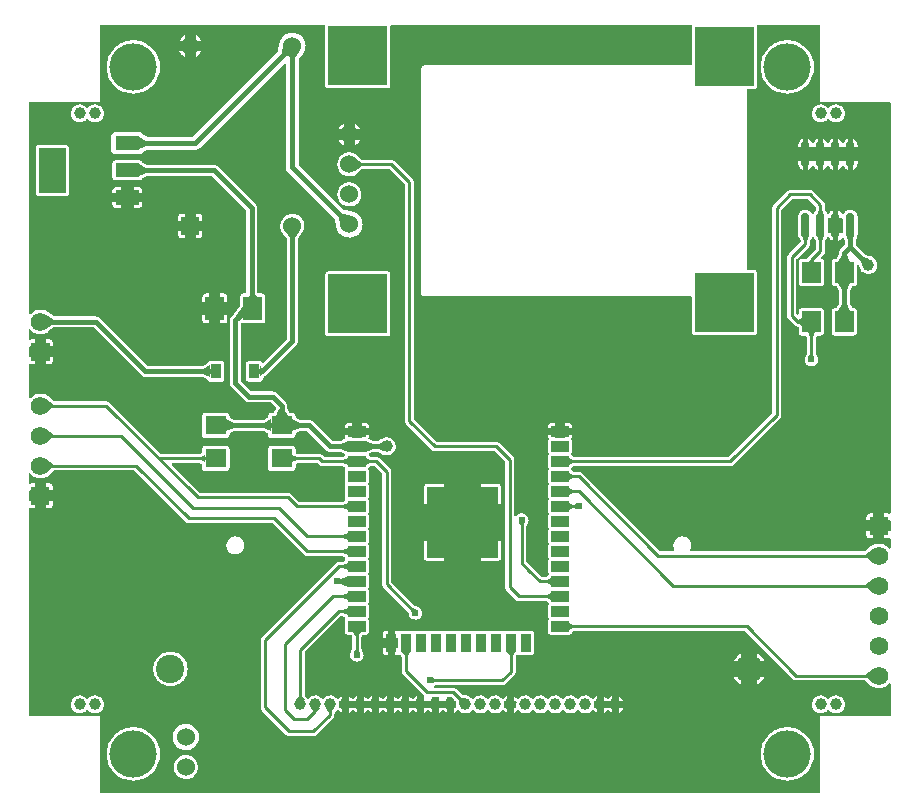
<source format=gtl>
G04 Layer: TopLayer*
G04 EasyEDA v6.4.25, 2021-11-06T18:35:38+01:00*
G04 257399e89a0843229902440734c7eb75,b8d8dd1b48584f29be867e52f4c70977,10*
G04 Gerber Generator version 0.2*
G04 Scale: 100 percent, Rotated: No, Reflected: No *
G04 Dimensions in millimeters *
G04 leading zeros omitted , absolute positions ,4 integer and 5 decimal *
%FSLAX45Y45*%
%MOMM*%

%ADD10C,0.2540*%
%ADD11C,0.4000*%
%ADD12C,0.7000*%
%ADD13C,1.0000*%
%ADD14C,0.6198*%
%ADD15R,0.9093X1.2192*%
%ADD23R,1.8009X1.6002*%
%ADD25C,2.4000*%
%ADD26C,1.5240*%
%ADD27R,1.5240X1.5240*%
%ADD28C,1.5748*%
%ADD29R,1.5748X1.5748*%
%ADD30C,4.0000*%

%LPD*%
G36*
X625602Y-6513576D02*
G01*
X621690Y-6512814D01*
X618439Y-6510578D01*
X616204Y-6507327D01*
X615442Y-6503416D01*
X615442Y-5865012D01*
X614070Y-5863336D01*
X25654Y-5863336D01*
X21742Y-5862574D01*
X18491Y-5860338D01*
X16256Y-5857087D01*
X15494Y-5853176D01*
X15494Y-4113733D01*
X16205Y-4109974D01*
X18288Y-4106722D01*
X21437Y-4104487D01*
X25196Y-4103573D01*
X29819Y-4104436D01*
X36118Y-4105148D01*
X68580Y-4105148D01*
X68580Y-4046220D01*
X25654Y-4046220D01*
X21742Y-4045458D01*
X18491Y-4043222D01*
X16256Y-4039971D01*
X15494Y-4036060D01*
X15494Y-3964940D01*
X16256Y-3961028D01*
X18491Y-3957777D01*
X21742Y-3955542D01*
X25654Y-3954779D01*
X68580Y-3954779D01*
X68580Y-3895851D01*
X36118Y-3895851D01*
X25196Y-3897426D01*
X21437Y-3896512D01*
X18288Y-3894277D01*
X16205Y-3891026D01*
X15494Y-3887266D01*
X15494Y-3819194D01*
X16306Y-3815181D01*
X18643Y-3811828D01*
X22098Y-3809644D01*
X26111Y-3809034D01*
X30022Y-3810000D01*
X33274Y-3812489D01*
X40335Y-3820464D01*
X50596Y-3829507D01*
X61976Y-3837127D01*
X74269Y-3843172D01*
X87223Y-3847541D01*
X100634Y-3850233D01*
X114300Y-3851148D01*
X127965Y-3850233D01*
X141376Y-3847541D01*
X154330Y-3843172D01*
X166624Y-3837127D01*
X178155Y-3829405D01*
X228092Y-3787495D01*
X231190Y-3785717D01*
X234645Y-3785108D01*
X906881Y-3785108D01*
X910793Y-3785870D01*
X914095Y-3788105D01*
X1343964Y-4217924D01*
X1350162Y-4223054D01*
X1356868Y-4226610D01*
X1364081Y-4228795D01*
X1372108Y-4229608D01*
X2075281Y-4229608D01*
X2079193Y-4230370D01*
X2082495Y-4232605D01*
X2347264Y-4497324D01*
X2353462Y-4502454D01*
X2360168Y-4506010D01*
X2367381Y-4508195D01*
X2375408Y-4509008D01*
X2672435Y-4509008D01*
X2677007Y-4510074D01*
X2688996Y-4516069D01*
X2692095Y-4518456D01*
X2694025Y-4521809D01*
X2695702Y-4526584D01*
X2696921Y-4528515D01*
X2698292Y-4532020D01*
X2698292Y-4535779D01*
X2696921Y-4539284D01*
X2695702Y-4541215D01*
X2694025Y-4545990D01*
X2692095Y-4549343D01*
X2688996Y-4551730D01*
X2677007Y-4557725D01*
X2672435Y-4558792D01*
X2642108Y-4558792D01*
X2634081Y-4559604D01*
X2626868Y-4561789D01*
X2620162Y-4565345D01*
X2613964Y-4570476D01*
X1992375Y-5192064D01*
X1987245Y-5198262D01*
X1983689Y-5204968D01*
X1981504Y-5212181D01*
X1980692Y-5220208D01*
X1980692Y-5790692D01*
X1981504Y-5798718D01*
X1983689Y-5805932D01*
X1987245Y-5812637D01*
X1992375Y-5818835D01*
X2194864Y-6021324D01*
X2201062Y-6026454D01*
X2207768Y-6030010D01*
X2214981Y-6032195D01*
X2223008Y-6033008D01*
X2425192Y-6033008D01*
X2433218Y-6032195D01*
X2440432Y-6030010D01*
X2447137Y-6026454D01*
X2453335Y-6021324D01*
X2592324Y-5882335D01*
X2597454Y-5876137D01*
X2601010Y-5869432D01*
X2603195Y-5862218D01*
X2604008Y-5854192D01*
X2604008Y-5847029D01*
X2604566Y-5843727D01*
X2606192Y-5840730D01*
X2624582Y-5817514D01*
X2628036Y-5814720D01*
X2632405Y-5813653D01*
X2636824Y-5814618D01*
X2640380Y-5817362D01*
X2641295Y-5818479D01*
X2649982Y-5826201D01*
X2659735Y-5832551D01*
X2664612Y-5834735D01*
X2664612Y-5797245D01*
X2652268Y-5797245D01*
X2648559Y-5796534D01*
X2645359Y-5794502D01*
X2643124Y-5791454D01*
X2642158Y-5787745D01*
X2644648Y-5771692D01*
X2644648Y-5760059D01*
X2642158Y-5744006D01*
X2643124Y-5740298D01*
X2645359Y-5737250D01*
X2648559Y-5735218D01*
X2652268Y-5734507D01*
X2664612Y-5734507D01*
X2664612Y-5697016D01*
X2659735Y-5699201D01*
X2649982Y-5705551D01*
X2641295Y-5713272D01*
X2640279Y-5714542D01*
X2636926Y-5717133D01*
X2632811Y-5718200D01*
X2628646Y-5717489D01*
X2625090Y-5715101D01*
X2619451Y-5709208D01*
X2610205Y-5702198D01*
X2600045Y-5696661D01*
X2589072Y-5692698D01*
X2577693Y-5690514D01*
X2566060Y-5690057D01*
X2554528Y-5691378D01*
X2543352Y-5694476D01*
X2532735Y-5699201D01*
X2522982Y-5705551D01*
X2514295Y-5713272D01*
X2513279Y-5714542D01*
X2509926Y-5717133D01*
X2505811Y-5718200D01*
X2501646Y-5717489D01*
X2498090Y-5715101D01*
X2492451Y-5709208D01*
X2483205Y-5702198D01*
X2473045Y-5696661D01*
X2462072Y-5692698D01*
X2450693Y-5690514D01*
X2439060Y-5690057D01*
X2427528Y-5691378D01*
X2416352Y-5694476D01*
X2405735Y-5699201D01*
X2395982Y-5705551D01*
X2383840Y-5716422D01*
X2380335Y-5717641D01*
X2376627Y-5717489D01*
X2373223Y-5716016D01*
X2370531Y-5713425D01*
X2355494Y-5692190D01*
X2354072Y-5689396D01*
X2353614Y-5686298D01*
X2353614Y-5325211D01*
X2354376Y-5321300D01*
X2356612Y-5317998D01*
X2654604Y-5020005D01*
X2657906Y-5017770D01*
X2661818Y-5017008D01*
X2672435Y-5017008D01*
X2677007Y-5018074D01*
X2688996Y-5024069D01*
X2692095Y-5026456D01*
X2694025Y-5029809D01*
X2695702Y-5034584D01*
X2696921Y-5036515D01*
X2698292Y-5040020D01*
X2698292Y-5043779D01*
X2696921Y-5047284D01*
X2695702Y-5049215D01*
X2693822Y-5054650D01*
X2693111Y-5060950D01*
X2693111Y-5149850D01*
X2693822Y-5156149D01*
X2695702Y-5161584D01*
X2698800Y-5166512D01*
X2702915Y-5170576D01*
X2707792Y-5173675D01*
X2713278Y-5175605D01*
X2719578Y-5176316D01*
X2739999Y-5176316D01*
X2743657Y-5176977D01*
X2746806Y-5178958D01*
X2749092Y-5181904D01*
X2754325Y-5192420D01*
X2755392Y-5196992D01*
X2755392Y-5296204D01*
X2754376Y-5300675D01*
X2748838Y-5312054D01*
X2746908Y-5314848D01*
X2742184Y-5323281D01*
X2738983Y-5332374D01*
X2737358Y-5341874D01*
X2737358Y-5351526D01*
X2738983Y-5361025D01*
X2742184Y-5370118D01*
X2746908Y-5378551D01*
X2752953Y-5386019D01*
X2760167Y-5392420D01*
X2768396Y-5397449D01*
X2777337Y-5401056D01*
X2786786Y-5403088D01*
X2796438Y-5403494D01*
X2805988Y-5402275D01*
X2815183Y-5399481D01*
X2823819Y-5395112D01*
X2831541Y-5389372D01*
X2838246Y-5382412D01*
X2843631Y-5374436D01*
X2847594Y-5365648D01*
X2850032Y-5356301D01*
X2850845Y-5346700D01*
X2850032Y-5337098D01*
X2847594Y-5327751D01*
X2843631Y-5318963D01*
X2839364Y-5312460D01*
X2833624Y-5300675D01*
X2832608Y-5296204D01*
X2832608Y-5196992D01*
X2833674Y-5192420D01*
X2838958Y-5181904D01*
X2841193Y-5178958D01*
X2844342Y-5176977D01*
X2848000Y-5176316D01*
X2868422Y-5176316D01*
X2874721Y-5175605D01*
X2880207Y-5173675D01*
X2885084Y-5170576D01*
X2889199Y-5166512D01*
X2892298Y-5161584D01*
X2894177Y-5156149D01*
X2894888Y-5149850D01*
X2894888Y-5060950D01*
X2894177Y-5054650D01*
X2892298Y-5049215D01*
X2891078Y-5047284D01*
X2889707Y-5043779D01*
X2889707Y-5040020D01*
X2891078Y-5036515D01*
X2892298Y-5034584D01*
X2894177Y-5029149D01*
X2894888Y-5022850D01*
X2894888Y-4933950D01*
X2894177Y-4927650D01*
X2892298Y-4922215D01*
X2891078Y-4920284D01*
X2889707Y-4916779D01*
X2889707Y-4913020D01*
X2891078Y-4909515D01*
X2892298Y-4907584D01*
X2894177Y-4902149D01*
X2894888Y-4895850D01*
X2894888Y-4806950D01*
X2894177Y-4800650D01*
X2892298Y-4795215D01*
X2891078Y-4793284D01*
X2889707Y-4789779D01*
X2889707Y-4786020D01*
X2891078Y-4782515D01*
X2892298Y-4780584D01*
X2894177Y-4775149D01*
X2894888Y-4768850D01*
X2894888Y-4679950D01*
X2894177Y-4673650D01*
X2892298Y-4668215D01*
X2891078Y-4666284D01*
X2889707Y-4662779D01*
X2889707Y-4659020D01*
X2891078Y-4655515D01*
X2892298Y-4653584D01*
X2894177Y-4648149D01*
X2894888Y-4641850D01*
X2894888Y-4552950D01*
X2894177Y-4546650D01*
X2892298Y-4541215D01*
X2891078Y-4539284D01*
X2889707Y-4535779D01*
X2889707Y-4532020D01*
X2891078Y-4528515D01*
X2892298Y-4526584D01*
X2894177Y-4521149D01*
X2894888Y-4514850D01*
X2894888Y-4425950D01*
X2894177Y-4419650D01*
X2892298Y-4414215D01*
X2891078Y-4412284D01*
X2889707Y-4408779D01*
X2889707Y-4405020D01*
X2891078Y-4401515D01*
X2892298Y-4399584D01*
X2894177Y-4394149D01*
X2894888Y-4387850D01*
X2894888Y-4298950D01*
X2894177Y-4292650D01*
X2892298Y-4287215D01*
X2891078Y-4285284D01*
X2889707Y-4281779D01*
X2889707Y-4278020D01*
X2891078Y-4274515D01*
X2892298Y-4272584D01*
X2894177Y-4267149D01*
X2894888Y-4260850D01*
X2894888Y-4171950D01*
X2894177Y-4165650D01*
X2892298Y-4160215D01*
X2891078Y-4158284D01*
X2889707Y-4154779D01*
X2889707Y-4151020D01*
X2891078Y-4147515D01*
X2892298Y-4145584D01*
X2894177Y-4140149D01*
X2894888Y-4133850D01*
X2894888Y-4044950D01*
X2894177Y-4038650D01*
X2892298Y-4033215D01*
X2891078Y-4031284D01*
X2889707Y-4027779D01*
X2889707Y-4024020D01*
X2891078Y-4020515D01*
X2892298Y-4018584D01*
X2894177Y-4013149D01*
X2894888Y-4006850D01*
X2894888Y-3917950D01*
X2894177Y-3911650D01*
X2892298Y-3906215D01*
X2891078Y-3904284D01*
X2889707Y-3900779D01*
X2889707Y-3897020D01*
X2891078Y-3893515D01*
X2892298Y-3891584D01*
X2894177Y-3886149D01*
X2894888Y-3879850D01*
X2894888Y-3790950D01*
X2894177Y-3784650D01*
X2892298Y-3779215D01*
X2891078Y-3777284D01*
X2889707Y-3773779D01*
X2889707Y-3770020D01*
X2891078Y-3766515D01*
X2892298Y-3764584D01*
X2893974Y-3759809D01*
X2895904Y-3756456D01*
X2899003Y-3754069D01*
X2910992Y-3748074D01*
X2915564Y-3747008D01*
X2938881Y-3747008D01*
X2942793Y-3747770D01*
X2946095Y-3750005D01*
X3006394Y-3810304D01*
X3008630Y-3813606D01*
X3009392Y-3817518D01*
X3009392Y-4749292D01*
X3010204Y-4757318D01*
X3012389Y-4764532D01*
X3015945Y-4771237D01*
X3021076Y-4777435D01*
X3226308Y-4982718D01*
X3228695Y-4986578D01*
X3233064Y-4999075D01*
X3234283Y-5005425D01*
X3237484Y-5014518D01*
X3242208Y-5022951D01*
X3248253Y-5030419D01*
X3255467Y-5036820D01*
X3263696Y-5041849D01*
X3272637Y-5045456D01*
X3282086Y-5047488D01*
X3291738Y-5047894D01*
X3301288Y-5046675D01*
X3310483Y-5043881D01*
X3319119Y-5039512D01*
X3326841Y-5033772D01*
X3333546Y-5026812D01*
X3338931Y-5018836D01*
X3342894Y-5010048D01*
X3345332Y-5000701D01*
X3346145Y-4991100D01*
X3345332Y-4981498D01*
X3342894Y-4972151D01*
X3338931Y-4963363D01*
X3333546Y-4955387D01*
X3326841Y-4948428D01*
X3319119Y-4942687D01*
X3310483Y-4938318D01*
X3301288Y-4935524D01*
X3297021Y-4934762D01*
X3284778Y-4930495D01*
X3280918Y-4928108D01*
X3089605Y-4736795D01*
X3087370Y-4733493D01*
X3086608Y-4729581D01*
X3086608Y-3797808D01*
X3085795Y-3789781D01*
X3083610Y-3782568D01*
X3080054Y-3775862D01*
X3074924Y-3769664D01*
X2986735Y-3681476D01*
X2980537Y-3676345D01*
X2973832Y-3672789D01*
X2966618Y-3670604D01*
X2958592Y-3669792D01*
X2915564Y-3669792D01*
X2910992Y-3668725D01*
X2899003Y-3662730D01*
X2895904Y-3660343D01*
X2893974Y-3656990D01*
X2893161Y-3654704D01*
X2892602Y-3650945D01*
X2893466Y-3647236D01*
X2895650Y-3644087D01*
X2898851Y-3641953D01*
X2932226Y-3628085D01*
X2936138Y-3627323D01*
X2971393Y-3627323D01*
X2975965Y-3628390D01*
X3000908Y-3640836D01*
X3006750Y-3645103D01*
X3016961Y-3650640D01*
X3027883Y-3654551D01*
X3039313Y-3656787D01*
X3050895Y-3657244D01*
X3062427Y-3655872D01*
X3073654Y-3652824D01*
X3084271Y-3648049D01*
X3093974Y-3641750D01*
X3102660Y-3634028D01*
X3110077Y-3625037D01*
X3116021Y-3615080D01*
X3120339Y-3604310D01*
X3122980Y-3592982D01*
X3123895Y-3581400D01*
X3122980Y-3569817D01*
X3120339Y-3558489D01*
X3116021Y-3547719D01*
X3110077Y-3537762D01*
X3102660Y-3528771D01*
X3093974Y-3521049D01*
X3084271Y-3514750D01*
X3073654Y-3509975D01*
X3062427Y-3506927D01*
X3050895Y-3505555D01*
X3039313Y-3506012D01*
X3027883Y-3508248D01*
X3016961Y-3512159D01*
X3006750Y-3517696D01*
X3000908Y-3521964D01*
X2975965Y-3534410D01*
X2971393Y-3535476D01*
X2936138Y-3535476D01*
X2932226Y-3534714D01*
X2898851Y-3520846D01*
X2895650Y-3518712D01*
X2893466Y-3515563D01*
X2892602Y-3511854D01*
X2893161Y-3508095D01*
X2894177Y-3505149D01*
X2894888Y-3498850D01*
X2894888Y-3483254D01*
X2837840Y-3483254D01*
X2837840Y-3500323D01*
X2837078Y-3504234D01*
X2834894Y-3507536D01*
X2831592Y-3509721D01*
X2827680Y-3510483D01*
X2760319Y-3510483D01*
X2756408Y-3509721D01*
X2753106Y-3507536D01*
X2750921Y-3504234D01*
X2750159Y-3500323D01*
X2750159Y-3483254D01*
X2693111Y-3483254D01*
X2693111Y-3498850D01*
X2693822Y-3505149D01*
X2694838Y-3508095D01*
X2695397Y-3511854D01*
X2694533Y-3515563D01*
X2692349Y-3518712D01*
X2689148Y-3520846D01*
X2655773Y-3534714D01*
X2651861Y-3535476D01*
X2588615Y-3535476D01*
X2584754Y-3534714D01*
X2581452Y-3532530D01*
X2418791Y-3369919D01*
X2411730Y-3364585D01*
X2404160Y-3360826D01*
X2396032Y-3358540D01*
X2387142Y-3357676D01*
X2317699Y-3357676D01*
X2313127Y-3356610D01*
X2280716Y-3340404D01*
X2277719Y-3338169D01*
X2275738Y-3334969D01*
X2275078Y-3331311D01*
X2275078Y-3324148D01*
X2274366Y-3317849D01*
X2272436Y-3312363D01*
X2269388Y-3307486D01*
X2265273Y-3303371D01*
X2260396Y-3300323D01*
X2254910Y-3298393D01*
X2248611Y-3297682D01*
X2231390Y-3297682D01*
X2227732Y-3297021D01*
X2224582Y-3295040D01*
X2222347Y-3292043D01*
X2206091Y-3259632D01*
X2205024Y-3255111D01*
X2204974Y-3236772D01*
X2203754Y-3228136D01*
X2201062Y-3220110D01*
X2196947Y-3212693D01*
X2191258Y-3205835D01*
X2113991Y-3128619D01*
X2106930Y-3123285D01*
X2099360Y-3119526D01*
X2091232Y-3117240D01*
X2082342Y-3116376D01*
X1902815Y-3116376D01*
X1898954Y-3115614D01*
X1895652Y-3113430D01*
X1814169Y-3031947D01*
X1811985Y-3028645D01*
X1811223Y-3024784D01*
X1811223Y-2547264D01*
X1811883Y-2543556D01*
X1813864Y-2540406D01*
X1816862Y-2538171D01*
X1820418Y-2537155D01*
X1824126Y-2537460D01*
X1826564Y-2538171D01*
X1833168Y-2538933D01*
X1992071Y-2538933D01*
X1998370Y-2538171D01*
X2003856Y-2536291D01*
X2008733Y-2533192D01*
X2012848Y-2529128D01*
X2015896Y-2524201D01*
X2017826Y-2518765D01*
X2018538Y-2512415D01*
X2018538Y-2313584D01*
X2017826Y-2307234D01*
X2015896Y-2301798D01*
X2012848Y-2296871D01*
X2008733Y-2292807D01*
X2003856Y-2289708D01*
X1998370Y-2287828D01*
X1992071Y-2287117D01*
X1966874Y-2287117D01*
X1964689Y-2286863D01*
X1958898Y-2285593D01*
X1955698Y-2284272D01*
X1953158Y-2282037D01*
X1951482Y-2279040D01*
X1950923Y-2275636D01*
X1950872Y-1560322D01*
X1949653Y-1551584D01*
X1946960Y-1543558D01*
X1942846Y-1536192D01*
X1937105Y-1529283D01*
X1618691Y-1210919D01*
X1611630Y-1205585D01*
X1604060Y-1201826D01*
X1595932Y-1199540D01*
X1587042Y-1198676D01*
X1019505Y-1198676D01*
X1014933Y-1197610D01*
X979525Y-1179880D01*
X976426Y-1177544D01*
X974191Y-1173378D01*
X971092Y-1168501D01*
X967028Y-1164386D01*
X962101Y-1161338D01*
X956665Y-1159408D01*
X950315Y-1158697D01*
X751484Y-1158697D01*
X745134Y-1159408D01*
X739698Y-1161338D01*
X734771Y-1164386D01*
X730707Y-1168501D01*
X727608Y-1173378D01*
X725728Y-1178864D01*
X725017Y-1185164D01*
X725017Y-1304036D01*
X725728Y-1310335D01*
X727608Y-1315821D01*
X730707Y-1320698D01*
X734771Y-1324813D01*
X739698Y-1327861D01*
X745134Y-1329791D01*
X751484Y-1330502D01*
X950315Y-1330502D01*
X956665Y-1329791D01*
X962101Y-1327861D01*
X967028Y-1324813D01*
X971092Y-1320698D01*
X976426Y-1311656D01*
X979525Y-1309319D01*
X1014933Y-1291590D01*
X1019505Y-1290523D01*
X1564284Y-1290523D01*
X1568145Y-1291285D01*
X1571447Y-1293469D01*
X1856130Y-1578152D01*
X1858314Y-1581454D01*
X1859076Y-1585315D01*
X1859076Y-2276957D01*
X1858314Y-2280818D01*
X1856130Y-2284120D01*
X1852828Y-2286304D01*
X1848916Y-2287117D01*
X1833168Y-2287117D01*
X1826869Y-2287828D01*
X1821383Y-2289708D01*
X1816506Y-2292807D01*
X1812391Y-2296871D01*
X1809343Y-2301798D01*
X1807413Y-2307234D01*
X1806702Y-2313584D01*
X1806702Y-2385466D01*
X1806193Y-2388616D01*
X1804720Y-2391460D01*
X1752346Y-2462631D01*
X1731619Y-2483408D01*
X1726285Y-2490470D01*
X1722526Y-2498039D01*
X1720240Y-2506167D01*
X1719376Y-2515057D01*
X1719427Y-3049778D01*
X1720646Y-3058515D01*
X1723339Y-3066542D01*
X1727454Y-3073908D01*
X1733194Y-3080816D01*
X1848408Y-3195980D01*
X1855470Y-3201314D01*
X1863039Y-3205073D01*
X1871167Y-3207359D01*
X1880057Y-3208223D01*
X2059584Y-3208223D01*
X2063445Y-3208985D01*
X2066747Y-3211169D01*
X2107996Y-3252419D01*
X2110282Y-3255924D01*
X2110943Y-3260090D01*
X2109876Y-3264153D01*
X2095906Y-3292043D01*
X2093671Y-3295040D01*
X2090521Y-3297021D01*
X2086813Y-3297682D01*
X2069642Y-3297682D01*
X2063343Y-3298393D01*
X2057857Y-3300323D01*
X2052980Y-3303371D01*
X2048865Y-3307486D01*
X2045817Y-3312363D01*
X2043887Y-3317849D01*
X2043175Y-3324148D01*
X2043175Y-3331311D01*
X2042515Y-3334969D01*
X2040534Y-3338169D01*
X2037537Y-3340404D01*
X2005126Y-3356610D01*
X2000554Y-3357676D01*
X1758899Y-3357676D01*
X1754327Y-3356610D01*
X1721764Y-3340354D01*
X1718818Y-3338068D01*
X1716836Y-3334918D01*
X1716176Y-3331260D01*
X1716176Y-3324148D01*
X1715414Y-3317849D01*
X1713534Y-3312363D01*
X1710436Y-3307486D01*
X1706372Y-3303371D01*
X1701444Y-3300323D01*
X1696008Y-3298393D01*
X1689658Y-3297682D01*
X1510741Y-3297682D01*
X1504391Y-3298393D01*
X1498955Y-3300323D01*
X1494028Y-3303371D01*
X1489964Y-3307486D01*
X1486865Y-3312363D01*
X1484985Y-3317849D01*
X1484274Y-3324148D01*
X1484274Y-3483051D01*
X1484985Y-3489350D01*
X1486865Y-3494836D01*
X1489964Y-3499713D01*
X1494028Y-3503828D01*
X1498955Y-3506876D01*
X1504391Y-3508806D01*
X1510741Y-3509518D01*
X1689658Y-3509518D01*
X1696008Y-3508806D01*
X1701444Y-3506876D01*
X1706372Y-3503828D01*
X1710436Y-3499713D01*
X1713534Y-3494836D01*
X1715414Y-3489350D01*
X1716176Y-3483051D01*
X1716176Y-3475939D01*
X1716836Y-3472281D01*
X1718818Y-3469132D01*
X1721764Y-3466846D01*
X1754327Y-3450590D01*
X1758899Y-3449523D01*
X2000554Y-3449523D01*
X2005126Y-3450590D01*
X2037537Y-3466795D01*
X2040534Y-3469030D01*
X2042515Y-3472230D01*
X2043175Y-3475888D01*
X2043175Y-3483051D01*
X2043887Y-3489350D01*
X2045817Y-3494836D01*
X2048865Y-3499713D01*
X2052980Y-3503828D01*
X2057857Y-3506876D01*
X2063343Y-3508806D01*
X2069642Y-3509518D01*
X2248611Y-3509518D01*
X2254910Y-3508806D01*
X2260396Y-3506876D01*
X2265273Y-3503828D01*
X2269388Y-3499713D01*
X2272436Y-3494836D01*
X2274366Y-3489350D01*
X2275078Y-3483051D01*
X2275078Y-3475888D01*
X2275738Y-3472230D01*
X2277719Y-3469030D01*
X2280716Y-3466795D01*
X2313127Y-3450590D01*
X2317699Y-3449523D01*
X2364384Y-3449523D01*
X2368245Y-3450285D01*
X2371547Y-3452469D01*
X2534208Y-3615080D01*
X2541270Y-3620414D01*
X2548839Y-3624173D01*
X2556967Y-3626459D01*
X2565857Y-3627323D01*
X2651861Y-3627323D01*
X2655773Y-3628085D01*
X2689148Y-3641953D01*
X2692349Y-3644087D01*
X2694533Y-3647236D01*
X2695397Y-3650945D01*
X2694838Y-3654704D01*
X2694025Y-3656990D01*
X2692095Y-3660343D01*
X2688996Y-3662730D01*
X2677007Y-3668725D01*
X2672435Y-3669792D01*
X2522118Y-3669792D01*
X2518206Y-3669029D01*
X2514904Y-3666794D01*
X2504135Y-3656076D01*
X2497937Y-3650945D01*
X2491232Y-3647389D01*
X2484018Y-3645204D01*
X2475992Y-3644392D01*
X2295804Y-3644392D01*
X2291232Y-3643325D01*
X2280716Y-3638042D01*
X2277719Y-3635806D01*
X2275738Y-3632606D01*
X2275078Y-3628948D01*
X2275078Y-3603548D01*
X2274366Y-3597249D01*
X2272436Y-3591763D01*
X2269388Y-3586886D01*
X2265273Y-3582771D01*
X2260396Y-3579723D01*
X2254910Y-3577793D01*
X2248611Y-3577082D01*
X2069642Y-3577082D01*
X2063343Y-3577793D01*
X2057857Y-3579723D01*
X2052980Y-3582771D01*
X2048865Y-3586886D01*
X2045817Y-3591763D01*
X2043887Y-3597249D01*
X2043175Y-3603548D01*
X2043175Y-3762451D01*
X2043887Y-3768750D01*
X2045817Y-3774236D01*
X2048865Y-3779113D01*
X2052980Y-3783228D01*
X2057857Y-3786276D01*
X2063343Y-3788206D01*
X2069642Y-3788918D01*
X2248611Y-3788918D01*
X2254910Y-3788206D01*
X2260396Y-3786276D01*
X2265273Y-3783228D01*
X2269388Y-3779113D01*
X2272436Y-3774236D01*
X2274366Y-3768750D01*
X2275078Y-3762451D01*
X2275078Y-3737051D01*
X2275738Y-3733393D01*
X2277719Y-3730193D01*
X2280716Y-3727958D01*
X2291232Y-3722674D01*
X2295804Y-3721608D01*
X2456281Y-3721608D01*
X2460193Y-3722370D01*
X2463495Y-3724605D01*
X2474264Y-3735324D01*
X2480462Y-3740454D01*
X2487168Y-3744010D01*
X2494381Y-3746195D01*
X2502408Y-3747008D01*
X2672435Y-3747008D01*
X2677007Y-3748074D01*
X2688996Y-3754069D01*
X2692095Y-3756456D01*
X2694025Y-3759809D01*
X2695702Y-3764584D01*
X2696921Y-3766515D01*
X2698292Y-3770020D01*
X2698292Y-3773779D01*
X2696921Y-3777284D01*
X2695702Y-3779215D01*
X2693822Y-3784650D01*
X2693111Y-3790950D01*
X2693111Y-3879850D01*
X2693822Y-3886149D01*
X2695702Y-3891584D01*
X2696921Y-3893515D01*
X2698292Y-3897020D01*
X2698292Y-3900779D01*
X2696921Y-3904284D01*
X2695702Y-3906215D01*
X2693822Y-3911650D01*
X2693111Y-3917950D01*
X2693111Y-4006850D01*
X2693822Y-4013149D01*
X2695702Y-4018584D01*
X2696921Y-4020515D01*
X2698292Y-4024020D01*
X2698292Y-4027779D01*
X2696921Y-4031284D01*
X2695702Y-4033215D01*
X2694025Y-4037990D01*
X2692095Y-4041343D01*
X2688996Y-4043730D01*
X2677007Y-4049725D01*
X2672435Y-4050792D01*
X2306218Y-4050792D01*
X2302306Y-4050029D01*
X2299004Y-4047794D01*
X2237435Y-3986276D01*
X2231237Y-3981145D01*
X2224532Y-3977589D01*
X2217318Y-3975404D01*
X2209292Y-3974592D01*
X1468018Y-3974592D01*
X1464106Y-3973829D01*
X1460804Y-3971594D01*
X1228140Y-3738930D01*
X1225956Y-3735679D01*
X1225194Y-3731768D01*
X1225956Y-3727856D01*
X1228140Y-3724605D01*
X1231442Y-3722370D01*
X1235354Y-3721608D01*
X1463649Y-3721608D01*
X1468221Y-3722674D01*
X1478635Y-3727907D01*
X1481582Y-3730142D01*
X1483563Y-3733292D01*
X1484274Y-3737000D01*
X1484274Y-3762451D01*
X1484985Y-3768750D01*
X1486865Y-3774236D01*
X1489964Y-3779113D01*
X1494028Y-3783228D01*
X1498955Y-3786276D01*
X1504391Y-3788206D01*
X1510741Y-3788918D01*
X1689658Y-3788918D01*
X1696008Y-3788206D01*
X1701444Y-3786276D01*
X1706372Y-3783228D01*
X1710436Y-3779113D01*
X1713534Y-3774236D01*
X1715414Y-3768750D01*
X1716176Y-3762451D01*
X1716176Y-3603548D01*
X1715414Y-3597249D01*
X1713534Y-3591763D01*
X1710436Y-3586886D01*
X1706372Y-3582771D01*
X1701444Y-3579723D01*
X1696008Y-3577793D01*
X1689658Y-3577082D01*
X1510741Y-3577082D01*
X1504391Y-3577793D01*
X1498955Y-3579723D01*
X1494028Y-3582771D01*
X1489964Y-3586886D01*
X1486865Y-3591763D01*
X1484985Y-3597249D01*
X1484274Y-3603548D01*
X1484274Y-3628999D01*
X1483563Y-3632708D01*
X1481582Y-3635857D01*
X1478635Y-3638092D01*
X1468221Y-3643325D01*
X1463649Y-3644392D01*
X1137818Y-3644392D01*
X1133906Y-3643629D01*
X1130604Y-3641394D01*
X700735Y-3211576D01*
X694537Y-3206445D01*
X687832Y-3202889D01*
X680618Y-3200704D01*
X672592Y-3199892D01*
X234645Y-3199892D01*
X231190Y-3199282D01*
X228092Y-3197504D01*
X178155Y-3155594D01*
X166624Y-3147872D01*
X154330Y-3141827D01*
X141376Y-3137458D01*
X127965Y-3134766D01*
X114300Y-3133852D01*
X100634Y-3134766D01*
X87223Y-3137458D01*
X74269Y-3141827D01*
X61976Y-3147872D01*
X50596Y-3155492D01*
X40335Y-3164535D01*
X33274Y-3172510D01*
X30022Y-3175000D01*
X26111Y-3175965D01*
X22098Y-3175355D01*
X18643Y-3173171D01*
X16306Y-3169818D01*
X15494Y-3165805D01*
X15494Y-2894533D01*
X16205Y-2890774D01*
X18288Y-2887522D01*
X21437Y-2885287D01*
X25196Y-2884373D01*
X29819Y-2885236D01*
X36118Y-2885948D01*
X68580Y-2885948D01*
X68580Y-2827020D01*
X25654Y-2827020D01*
X21742Y-2826258D01*
X18491Y-2824022D01*
X16256Y-2820771D01*
X15494Y-2816860D01*
X15494Y-2745740D01*
X16256Y-2741828D01*
X18491Y-2738577D01*
X21742Y-2736342D01*
X25654Y-2735580D01*
X68580Y-2735580D01*
X68580Y-2676652D01*
X36118Y-2676652D01*
X25196Y-2678226D01*
X21437Y-2677312D01*
X18288Y-2675077D01*
X16205Y-2671826D01*
X15494Y-2668066D01*
X15494Y-2599994D01*
X16306Y-2595981D01*
X18643Y-2592628D01*
X22098Y-2590444D01*
X26111Y-2589834D01*
X30022Y-2590800D01*
X33274Y-2593289D01*
X40335Y-2601264D01*
X50596Y-2610307D01*
X61976Y-2617927D01*
X74269Y-2623972D01*
X87223Y-2628341D01*
X100634Y-2631033D01*
X114300Y-2631948D01*
X127965Y-2631033D01*
X141376Y-2628341D01*
X154330Y-2623972D01*
X166624Y-2617927D01*
X178054Y-2610256D01*
X181356Y-2607513D01*
X227126Y-2575102D01*
X229920Y-2573680D01*
X232968Y-2573223D01*
X560984Y-2573223D01*
X564845Y-2573985D01*
X568147Y-2576169D01*
X972108Y-2980080D01*
X979169Y-2985414D01*
X986739Y-2989173D01*
X994867Y-2991459D01*
X1003757Y-2992323D01*
X1486204Y-2992323D01*
X1490776Y-2993390D01*
X1525727Y-3010865D01*
X1528775Y-3013202D01*
X1530756Y-3016605D01*
X1531467Y-3018586D01*
X1534515Y-3023463D01*
X1538630Y-3027578D01*
X1543507Y-3030626D01*
X1548993Y-3032556D01*
X1555292Y-3033268D01*
X1645107Y-3033268D01*
X1651406Y-3032556D01*
X1656892Y-3030626D01*
X1661769Y-3027578D01*
X1665884Y-3023463D01*
X1668932Y-3018586D01*
X1670862Y-3013100D01*
X1671574Y-3006801D01*
X1671574Y-2885998D01*
X1670862Y-2879699D01*
X1668932Y-2874213D01*
X1665884Y-2869336D01*
X1661769Y-2865221D01*
X1656892Y-2862173D01*
X1651406Y-2860243D01*
X1645107Y-2859532D01*
X1555292Y-2859532D01*
X1548993Y-2860243D01*
X1543507Y-2862173D01*
X1538630Y-2865221D01*
X1534515Y-2869336D01*
X1531467Y-2874213D01*
X1530756Y-2876194D01*
X1528775Y-2879598D01*
X1525727Y-2881934D01*
X1490776Y-2899410D01*
X1486204Y-2900476D01*
X1026515Y-2900476D01*
X1022654Y-2899714D01*
X1019352Y-2897530D01*
X615391Y-2493619D01*
X608330Y-2488285D01*
X600760Y-2484526D01*
X592632Y-2482240D01*
X583742Y-2481376D01*
X232968Y-2481376D01*
X229920Y-2480919D01*
X227126Y-2479497D01*
X181356Y-2447086D01*
X178054Y-2444343D01*
X166624Y-2436672D01*
X154330Y-2430627D01*
X141376Y-2426258D01*
X127965Y-2423566D01*
X114300Y-2422652D01*
X100634Y-2423566D01*
X87223Y-2426258D01*
X74269Y-2430627D01*
X61976Y-2436672D01*
X50596Y-2444292D01*
X40335Y-2453335D01*
X33274Y-2461310D01*
X30022Y-2463800D01*
X26111Y-2464765D01*
X22098Y-2464155D01*
X18643Y-2461971D01*
X16306Y-2458618D01*
X15494Y-2454605D01*
X15494Y-674624D01*
X16256Y-670712D01*
X18491Y-667461D01*
X21742Y-665226D01*
X25654Y-664464D01*
X613765Y-664464D01*
X615442Y-663092D01*
X615442Y-24638D01*
X616204Y-20726D01*
X618439Y-17475D01*
X621690Y-15240D01*
X625602Y-14478D01*
X2516936Y-14478D01*
X2521102Y-15341D01*
X2524506Y-17881D01*
X2526588Y-21539D01*
X2526995Y-26162D01*
X2526995Y-525018D01*
X2527706Y-531317D01*
X2529586Y-536803D01*
X2532684Y-541680D01*
X2536799Y-545795D01*
X2541676Y-548894D01*
X2547162Y-550773D01*
X2553462Y-551484D01*
X3052318Y-551484D01*
X3058617Y-550773D01*
X3064103Y-548894D01*
X3068980Y-545795D01*
X3073095Y-541680D01*
X3076194Y-536803D01*
X3078073Y-531317D01*
X3078784Y-525018D01*
X3078784Y-26162D01*
X3079191Y-21539D01*
X3081274Y-17881D01*
X3084677Y-15341D01*
X3088843Y-14478D01*
X5620105Y-14478D01*
X5624271Y-15341D01*
X5627674Y-17881D01*
X5629757Y-21539D01*
X5630214Y-25755D01*
X5629706Y-29971D01*
X5629706Y-344932D01*
X5628944Y-348843D01*
X5626760Y-352094D01*
X5623458Y-354330D01*
X5619546Y-355092D01*
X3366058Y-355092D01*
X3359759Y-355803D01*
X3354273Y-357733D01*
X3349396Y-360781D01*
X3345281Y-364896D01*
X3342233Y-369773D01*
X3340303Y-375259D01*
X3339592Y-381558D01*
X3339592Y-2285441D01*
X3340303Y-2291740D01*
X3342233Y-2297226D01*
X3345281Y-2302103D01*
X3349396Y-2306218D01*
X3354273Y-2309266D01*
X3359759Y-2311196D01*
X3366058Y-2311908D01*
X5619445Y-2311908D01*
X5623306Y-2312670D01*
X5626608Y-2314905D01*
X5628843Y-2318156D01*
X5629605Y-2322068D01*
X5629605Y-2611780D01*
X5630316Y-2618079D01*
X5632196Y-2623515D01*
X5635294Y-2628442D01*
X5639409Y-2632506D01*
X5644286Y-2635605D01*
X5649772Y-2637536D01*
X5656072Y-2638247D01*
X6154928Y-2638247D01*
X6161227Y-2637536D01*
X6166713Y-2635605D01*
X6171590Y-2632506D01*
X6175705Y-2628442D01*
X6178804Y-2623515D01*
X6180683Y-2618079D01*
X6181394Y-2611780D01*
X6181394Y-2112873D01*
X6180683Y-2106574D01*
X6178804Y-2101138D01*
X6175705Y-2096211D01*
X6171590Y-2092147D01*
X6166713Y-2089048D01*
X6161227Y-2087118D01*
X6154928Y-2086406D01*
X6106668Y-2086406D01*
X6102756Y-2085644D01*
X6099505Y-2083460D01*
X6097270Y-2080158D01*
X6096508Y-2076246D01*
X6096508Y-565454D01*
X6097270Y-561594D01*
X6099505Y-558292D01*
X6102756Y-556056D01*
X6106668Y-555294D01*
X6155080Y-555294D01*
X6161379Y-554583D01*
X6166815Y-552704D01*
X6171742Y-549605D01*
X6175806Y-545490D01*
X6178905Y-540613D01*
X6180836Y-535127D01*
X6181547Y-528828D01*
X6181547Y-29971D01*
X6181039Y-25755D01*
X6181496Y-21539D01*
X6183579Y-17881D01*
X6187033Y-15341D01*
X6191148Y-14478D01*
X6704330Y-14478D01*
X6708241Y-15240D01*
X6711492Y-17475D01*
X6713728Y-20726D01*
X6714490Y-24638D01*
X6714490Y-662787D01*
X6715861Y-664464D01*
X7304278Y-664464D01*
X7308189Y-665226D01*
X7311440Y-667461D01*
X7313675Y-670712D01*
X7314438Y-674624D01*
X7314438Y-4141978D01*
X7313726Y-4145737D01*
X7311644Y-4148988D01*
X7308494Y-4151223D01*
X7304735Y-4152137D01*
X7300925Y-4151579D01*
X7298080Y-4150563D01*
X7291781Y-4149851D01*
X7259320Y-4149851D01*
X7259320Y-4208780D01*
X7304278Y-4208780D01*
X7308189Y-4209542D01*
X7311440Y-4211777D01*
X7313675Y-4215028D01*
X7314438Y-4218940D01*
X7314438Y-4290060D01*
X7313675Y-4293971D01*
X7311440Y-4297222D01*
X7308189Y-4299458D01*
X7304278Y-4300220D01*
X7259320Y-4300220D01*
X7259320Y-4359148D01*
X7291781Y-4359148D01*
X7298080Y-4358436D01*
X7300925Y-4357420D01*
X7304735Y-4356862D01*
X7308494Y-4357776D01*
X7311644Y-4360011D01*
X7313726Y-4363262D01*
X7314438Y-4367022D01*
X7314438Y-4438142D01*
X7313625Y-4442155D01*
X7311288Y-4445508D01*
X7307834Y-4447641D01*
X7303820Y-4448302D01*
X7299909Y-4447286D01*
X7296658Y-4444847D01*
X7287564Y-4434535D01*
X7277303Y-4425492D01*
X7265924Y-4417872D01*
X7253630Y-4411827D01*
X7240676Y-4407458D01*
X7227265Y-4404766D01*
X7213600Y-4403852D01*
X7199934Y-4404766D01*
X7186523Y-4407458D01*
X7173569Y-4411827D01*
X7161275Y-4417872D01*
X7149744Y-4425594D01*
X7099808Y-4467504D01*
X7096709Y-4469282D01*
X7093254Y-4469892D01*
X5625896Y-4469892D01*
X5621731Y-4469028D01*
X5618276Y-4466488D01*
X5616194Y-4462780D01*
X5615787Y-4458563D01*
X5617159Y-4454550D01*
X5617921Y-4453280D01*
X5622239Y-4442510D01*
X5624880Y-4431182D01*
X5625795Y-4419600D01*
X5624880Y-4408017D01*
X5622239Y-4396689D01*
X5617921Y-4385919D01*
X5611977Y-4375962D01*
X5604560Y-4366971D01*
X5595874Y-4359249D01*
X5586171Y-4352950D01*
X5575554Y-4348175D01*
X5564327Y-4345127D01*
X5552795Y-4343755D01*
X5541213Y-4344212D01*
X5529783Y-4346448D01*
X5518861Y-4350359D01*
X5508650Y-4355896D01*
X5499404Y-4362958D01*
X5491378Y-4371340D01*
X5484672Y-4380839D01*
X5479542Y-4391253D01*
X5476036Y-4402328D01*
X5474258Y-4413808D01*
X5474258Y-4425391D01*
X5476036Y-4436872D01*
X5479542Y-4447946D01*
X5483098Y-4455210D01*
X5484164Y-4459173D01*
X5483555Y-4463237D01*
X5481370Y-4466742D01*
X5478018Y-4469079D01*
X5474004Y-4469892D01*
X5366918Y-4469892D01*
X5363006Y-4469130D01*
X5359704Y-4466894D01*
X4701235Y-3808476D01*
X4695037Y-3803345D01*
X4688332Y-3799789D01*
X4681118Y-3797604D01*
X4673092Y-3796792D01*
X4635652Y-3796792D01*
X4631080Y-3795725D01*
X4618939Y-3789629D01*
X4615840Y-3787292D01*
X4613910Y-3783888D01*
X4612233Y-3779215D01*
X4611065Y-3777284D01*
X4609693Y-3773779D01*
X4609693Y-3770020D01*
X4611065Y-3766515D01*
X4612233Y-3764584D01*
X4613910Y-3759860D01*
X4615840Y-3756507D01*
X4618939Y-3754170D01*
X4631080Y-3748074D01*
X4635652Y-3747008D01*
X5955792Y-3747008D01*
X5963818Y-3746195D01*
X5971032Y-3744010D01*
X5977737Y-3740454D01*
X5983935Y-3735324D01*
X6376924Y-3342335D01*
X6382054Y-3336137D01*
X6385610Y-3329432D01*
X6387795Y-3322218D01*
X6388608Y-3314192D01*
X6388608Y-1582318D01*
X6389370Y-1578406D01*
X6391605Y-1575104D01*
X6477304Y-1489405D01*
X6480606Y-1487170D01*
X6484518Y-1486408D01*
X6609181Y-1486408D01*
X6613093Y-1487170D01*
X6616395Y-1489405D01*
X6676694Y-1549704D01*
X6678930Y-1553006D01*
X6679692Y-1556918D01*
X6679692Y-1575663D01*
X6678625Y-1580235D01*
X6663842Y-1609801D01*
X6661505Y-1612849D01*
X6658254Y-1614830D01*
X6654495Y-1615440D01*
X6650736Y-1614627D01*
X6647586Y-1612493D01*
X6639356Y-1599590D01*
X6632549Y-1592173D01*
X6624574Y-1585976D01*
X6615734Y-1581200D01*
X6606235Y-1577949D01*
X6596329Y-1576273D01*
X6586270Y-1576273D01*
X6576364Y-1577949D01*
X6566865Y-1581200D01*
X6558025Y-1585976D01*
X6550050Y-1592173D01*
X6543243Y-1599590D01*
X6537756Y-1607972D01*
X6533743Y-1617218D01*
X6531254Y-1626920D01*
X6530390Y-1637385D01*
X6530390Y-1786534D01*
X6531254Y-1796999D01*
X6533743Y-1806854D01*
X6536334Y-1813052D01*
X6551117Y-1842668D01*
X6552184Y-1846732D01*
X6551472Y-1850898D01*
X6549186Y-1854403D01*
X6450076Y-1953564D01*
X6444945Y-1959762D01*
X6441389Y-1966468D01*
X6439204Y-1973681D01*
X6438392Y-1981707D01*
X6438392Y-2475992D01*
X6439204Y-2484018D01*
X6441389Y-2491232D01*
X6444945Y-2497937D01*
X6450076Y-2504135D01*
X6500164Y-2554224D01*
X6506362Y-2559354D01*
X6513068Y-2562910D01*
X6518605Y-2564638D01*
X6520586Y-2565450D01*
X6530949Y-2571242D01*
X6533743Y-2573477D01*
X6535572Y-2576576D01*
X6536181Y-2580132D01*
X6536181Y-2616657D01*
X6536893Y-2622956D01*
X6538823Y-2628442D01*
X6541871Y-2633319D01*
X6545986Y-2637434D01*
X6550863Y-2640482D01*
X6556349Y-2642412D01*
X6562648Y-2643124D01*
X6588048Y-2643124D01*
X6591706Y-2643784D01*
X6594906Y-2645765D01*
X6597142Y-2648762D01*
X6602425Y-2659278D01*
X6603492Y-2663850D01*
X6603492Y-2794304D01*
X6602475Y-2798775D01*
X6596938Y-2810154D01*
X6595008Y-2812948D01*
X6590284Y-2821381D01*
X6587083Y-2830474D01*
X6585458Y-2839974D01*
X6585458Y-2849626D01*
X6587083Y-2859125D01*
X6590284Y-2868218D01*
X6595008Y-2876651D01*
X6601053Y-2884119D01*
X6608267Y-2890520D01*
X6616496Y-2895549D01*
X6625437Y-2899156D01*
X6634886Y-2901188D01*
X6644538Y-2901594D01*
X6654088Y-2900375D01*
X6663283Y-2897581D01*
X6671919Y-2893212D01*
X6679641Y-2887472D01*
X6686346Y-2880512D01*
X6691731Y-2872536D01*
X6695694Y-2863748D01*
X6698132Y-2854401D01*
X6698945Y-2844800D01*
X6698132Y-2835198D01*
X6695694Y-2825851D01*
X6691731Y-2817063D01*
X6687464Y-2810560D01*
X6681724Y-2798775D01*
X6680708Y-2794304D01*
X6680708Y-2663850D01*
X6681774Y-2659278D01*
X6687058Y-2648762D01*
X6689293Y-2645765D01*
X6692493Y-2643784D01*
X6696151Y-2643124D01*
X6721551Y-2643124D01*
X6727850Y-2642412D01*
X6733336Y-2640482D01*
X6738213Y-2637434D01*
X6742328Y-2633319D01*
X6745376Y-2628442D01*
X6747306Y-2622956D01*
X6748018Y-2616657D01*
X6748018Y-2437688D01*
X6747306Y-2431389D01*
X6745376Y-2425903D01*
X6742328Y-2421026D01*
X6738213Y-2416911D01*
X6733336Y-2413863D01*
X6727850Y-2411933D01*
X6721551Y-2411222D01*
X6562648Y-2411222D01*
X6556349Y-2411933D01*
X6550863Y-2413863D01*
X6545986Y-2416911D01*
X6541871Y-2421026D01*
X6538823Y-2425903D01*
X6536893Y-2431389D01*
X6536181Y-2437688D01*
X6536181Y-2456535D01*
X6535420Y-2460447D01*
X6533184Y-2463749D01*
X6529933Y-2465933D01*
X6526022Y-2466695D01*
X6522110Y-2465933D01*
X6518605Y-2463495D01*
X6516370Y-2460193D01*
X6515607Y-2456281D01*
X6515607Y-2001418D01*
X6516370Y-1997506D01*
X6518605Y-1994204D01*
X6618224Y-1894535D01*
X6623354Y-1888337D01*
X6626910Y-1881632D01*
X6629095Y-1874418D01*
X6629908Y-1866392D01*
X6629908Y-1848256D01*
X6630974Y-1843684D01*
X6645706Y-1814220D01*
X6648551Y-1810766D01*
X6652564Y-1808835D01*
X6657035Y-1808835D01*
X6661048Y-1810766D01*
X6663893Y-1814220D01*
X6678625Y-1843684D01*
X6679692Y-1848256D01*
X6679692Y-1910181D01*
X6678930Y-1914093D01*
X6676694Y-1917395D01*
X6615175Y-1978964D01*
X6610045Y-1985162D01*
X6606946Y-1989582D01*
X6603796Y-1991461D01*
X6600240Y-1992122D01*
X6562648Y-1992122D01*
X6556349Y-1992833D01*
X6550863Y-1994763D01*
X6545986Y-1997811D01*
X6541871Y-2001926D01*
X6538823Y-2006803D01*
X6536893Y-2012289D01*
X6536181Y-2018588D01*
X6536181Y-2197557D01*
X6536893Y-2203856D01*
X6538823Y-2209342D01*
X6541871Y-2214219D01*
X6545986Y-2218334D01*
X6550863Y-2221382D01*
X6556349Y-2223312D01*
X6562648Y-2224024D01*
X6721551Y-2224024D01*
X6727850Y-2223312D01*
X6733336Y-2221382D01*
X6738213Y-2218334D01*
X6742328Y-2214219D01*
X6745376Y-2209342D01*
X6747306Y-2203856D01*
X6748018Y-2197557D01*
X6748018Y-2018588D01*
X6747306Y-2012289D01*
X6745376Y-2006803D01*
X6742328Y-2001926D01*
X6738213Y-1997811D01*
X6733336Y-1994763D01*
X6730238Y-1993646D01*
X6726732Y-1991563D01*
X6724345Y-1988261D01*
X6723430Y-1984298D01*
X6724142Y-1980285D01*
X6726428Y-1976882D01*
X6745224Y-1958035D01*
X6750354Y-1951837D01*
X6753910Y-1945132D01*
X6756095Y-1937918D01*
X6756908Y-1929892D01*
X6756908Y-1848256D01*
X6757974Y-1843684D01*
X6772757Y-1814118D01*
X6775094Y-1811070D01*
X6778345Y-1809089D01*
X6782104Y-1808480D01*
X6785864Y-1809292D01*
X6789013Y-1811426D01*
X6797243Y-1824329D01*
X6804050Y-1831746D01*
X6812025Y-1837943D01*
X6821474Y-1842922D01*
X6821474Y-1773326D01*
X6789369Y-1773326D01*
X6785457Y-1772513D01*
X6782206Y-1770329D01*
X6779971Y-1767027D01*
X6779209Y-1763166D01*
X6779209Y-1660753D01*
X6779971Y-1656892D01*
X6782206Y-1653590D01*
X6785457Y-1651406D01*
X6789369Y-1650593D01*
X6821474Y-1650593D01*
X6821474Y-1580997D01*
X6812025Y-1585976D01*
X6804050Y-1592173D01*
X6797243Y-1599590D01*
X6789013Y-1612493D01*
X6785864Y-1614627D01*
X6782104Y-1615440D01*
X6778345Y-1614830D01*
X6775094Y-1612849D01*
X6772757Y-1609801D01*
X6757974Y-1580235D01*
X6756908Y-1575663D01*
X6756908Y-1537208D01*
X6756095Y-1529181D01*
X6753910Y-1521968D01*
X6750354Y-1515262D01*
X6745224Y-1509064D01*
X6657035Y-1420876D01*
X6650837Y-1415745D01*
X6644131Y-1412189D01*
X6636918Y-1410004D01*
X6628892Y-1409192D01*
X6464808Y-1409192D01*
X6456781Y-1410004D01*
X6449568Y-1412189D01*
X6442862Y-1415745D01*
X6436664Y-1420876D01*
X6323076Y-1534464D01*
X6317945Y-1540662D01*
X6314389Y-1547368D01*
X6312204Y-1554581D01*
X6311392Y-1562608D01*
X6311392Y-3294481D01*
X6310630Y-3298393D01*
X6308394Y-3301695D01*
X5943295Y-3666794D01*
X5939993Y-3669029D01*
X5936081Y-3669792D01*
X4635652Y-3669792D01*
X4631080Y-3668725D01*
X4618939Y-3662629D01*
X4615840Y-3660292D01*
X4613910Y-3656888D01*
X4612233Y-3652215D01*
X4611065Y-3650284D01*
X4609693Y-3646779D01*
X4609693Y-3643020D01*
X4611065Y-3639515D01*
X4612233Y-3637584D01*
X4614164Y-3632149D01*
X4614875Y-3625850D01*
X4614875Y-3536950D01*
X4614164Y-3530650D01*
X4612233Y-3525215D01*
X4611065Y-3523284D01*
X4609693Y-3519779D01*
X4609693Y-3516020D01*
X4611065Y-3512515D01*
X4612233Y-3510584D01*
X4614164Y-3505149D01*
X4614875Y-3498850D01*
X4614875Y-3483254D01*
X4557826Y-3483254D01*
X4557826Y-3500323D01*
X4557014Y-3504234D01*
X4554829Y-3507536D01*
X4551527Y-3509721D01*
X4547666Y-3510483D01*
X4480255Y-3510483D01*
X4476394Y-3509721D01*
X4473092Y-3507536D01*
X4470908Y-3504234D01*
X4470095Y-3500323D01*
X4470095Y-3483254D01*
X4413046Y-3483254D01*
X4413046Y-3498850D01*
X4413758Y-3505149D01*
X4415688Y-3510584D01*
X4416856Y-3512515D01*
X4418228Y-3516020D01*
X4418228Y-3519779D01*
X4416856Y-3523284D01*
X4415688Y-3525215D01*
X4413758Y-3530650D01*
X4413046Y-3536950D01*
X4413046Y-3625850D01*
X4413758Y-3632149D01*
X4415688Y-3637584D01*
X4416856Y-3639515D01*
X4418228Y-3643020D01*
X4418228Y-3646779D01*
X4416856Y-3650284D01*
X4415688Y-3652215D01*
X4413758Y-3657650D01*
X4413046Y-3663950D01*
X4413046Y-3752850D01*
X4413758Y-3759149D01*
X4415688Y-3764584D01*
X4416856Y-3766515D01*
X4418228Y-3770020D01*
X4418228Y-3773779D01*
X4416856Y-3777284D01*
X4415688Y-3779215D01*
X4413758Y-3784650D01*
X4413046Y-3790950D01*
X4413046Y-3879850D01*
X4413758Y-3886149D01*
X4415688Y-3891584D01*
X4416856Y-3893515D01*
X4418228Y-3897020D01*
X4418228Y-3900779D01*
X4416856Y-3904284D01*
X4415688Y-3906215D01*
X4413758Y-3911650D01*
X4413046Y-3917950D01*
X4413046Y-4006850D01*
X4413758Y-4013149D01*
X4415688Y-4018584D01*
X4416856Y-4020515D01*
X4418228Y-4024020D01*
X4418228Y-4027779D01*
X4416856Y-4031284D01*
X4415688Y-4033215D01*
X4413758Y-4038650D01*
X4413046Y-4044950D01*
X4413046Y-4133850D01*
X4413758Y-4140149D01*
X4415688Y-4145584D01*
X4416856Y-4147515D01*
X4418228Y-4151020D01*
X4418228Y-4154779D01*
X4416856Y-4158284D01*
X4415688Y-4160215D01*
X4413758Y-4165650D01*
X4413046Y-4171950D01*
X4413046Y-4260850D01*
X4413758Y-4267149D01*
X4415688Y-4272584D01*
X4416856Y-4274515D01*
X4418228Y-4278020D01*
X4418228Y-4281779D01*
X4416856Y-4285284D01*
X4415688Y-4287215D01*
X4413758Y-4292650D01*
X4413046Y-4298950D01*
X4413046Y-4387850D01*
X4413758Y-4394149D01*
X4415688Y-4399584D01*
X4416856Y-4401515D01*
X4418228Y-4405020D01*
X4418228Y-4408779D01*
X4416856Y-4412284D01*
X4415688Y-4414215D01*
X4413758Y-4419650D01*
X4413046Y-4425950D01*
X4413046Y-4514850D01*
X4413758Y-4521149D01*
X4415688Y-4526584D01*
X4416856Y-4528515D01*
X4418228Y-4532020D01*
X4418228Y-4535779D01*
X4416856Y-4539284D01*
X4415688Y-4541215D01*
X4413758Y-4546650D01*
X4413046Y-4552950D01*
X4413046Y-4641850D01*
X4413758Y-4648149D01*
X4415688Y-4653584D01*
X4416856Y-4655515D01*
X4418228Y-4659020D01*
X4418228Y-4662779D01*
X4416856Y-4666284D01*
X4415688Y-4668215D01*
X4414012Y-4672888D01*
X4412081Y-4676292D01*
X4408982Y-4678629D01*
X4396841Y-4684725D01*
X4392269Y-4685792D01*
X4363618Y-4685792D01*
X4359706Y-4685030D01*
X4356404Y-4682794D01*
X4232605Y-4558995D01*
X4230370Y-4555693D01*
X4229608Y-4551781D01*
X4229608Y-4254195D01*
X4230624Y-4249724D01*
X4236364Y-4237888D01*
X4240631Y-4231436D01*
X4244594Y-4222648D01*
X4247032Y-4213301D01*
X4247845Y-4203700D01*
X4247032Y-4194098D01*
X4244594Y-4184751D01*
X4240631Y-4175963D01*
X4235246Y-4167987D01*
X4228541Y-4161028D01*
X4220819Y-4155287D01*
X4212183Y-4150918D01*
X4202988Y-4148124D01*
X4193438Y-4146905D01*
X4183786Y-4147312D01*
X4174337Y-4149344D01*
X4165396Y-4152950D01*
X4157167Y-4157979D01*
X4149953Y-4164380D01*
X4146092Y-4169156D01*
X4142892Y-4171797D01*
X4138879Y-4172915D01*
X4134764Y-4172356D01*
X4131259Y-4170222D01*
X4128871Y-4166819D01*
X4128008Y-4162755D01*
X4128008Y-3696208D01*
X4127195Y-3688181D01*
X4125010Y-3680968D01*
X4121454Y-3674262D01*
X4116324Y-3668064D01*
X4002735Y-3554476D01*
X3996537Y-3549345D01*
X3989832Y-3545789D01*
X3982618Y-3543604D01*
X3974592Y-3542792D01*
X3474618Y-3542792D01*
X3470706Y-3542029D01*
X3467404Y-3539794D01*
X3280105Y-3352495D01*
X3277870Y-3349193D01*
X3277108Y-3345281D01*
X3277108Y-1346708D01*
X3276295Y-1338681D01*
X3274110Y-1331468D01*
X3270554Y-1324762D01*
X3265424Y-1318564D01*
X3113735Y-1166876D01*
X3107537Y-1161745D01*
X3100832Y-1158189D01*
X3093618Y-1156004D01*
X3085592Y-1155192D01*
X2847492Y-1155344D01*
X2844038Y-1154734D01*
X2840990Y-1153007D01*
X2798165Y-1117295D01*
X2796032Y-1115822D01*
X2791256Y-1111758D01*
X2779776Y-1104442D01*
X2767380Y-1098702D01*
X2754376Y-1094638D01*
X2740914Y-1092403D01*
X2727299Y-1091946D01*
X2713736Y-1093266D01*
X2700477Y-1096467D01*
X2687726Y-1101344D01*
X2675788Y-1107897D01*
X2664815Y-1115974D01*
X2655011Y-1125474D01*
X2646527Y-1136192D01*
X2639568Y-1147927D01*
X2634284Y-1160475D01*
X2630678Y-1173632D01*
X2628849Y-1187145D01*
X2628849Y-1200759D01*
X2630678Y-1214272D01*
X2634284Y-1227429D01*
X2639568Y-1239977D01*
X2646527Y-1251712D01*
X2655011Y-1262430D01*
X2664815Y-1271930D01*
X2675788Y-1280007D01*
X2687726Y-1286560D01*
X2700477Y-1291437D01*
X2713736Y-1294638D01*
X2727299Y-1295958D01*
X2740914Y-1295501D01*
X2754376Y-1293266D01*
X2767380Y-1289202D01*
X2779776Y-1283462D01*
X2791256Y-1276146D01*
X2798165Y-1270609D01*
X2840990Y-1234948D01*
X2844038Y-1233170D01*
X2847492Y-1232560D01*
X3065881Y-1232408D01*
X3069793Y-1233170D01*
X3073095Y-1235405D01*
X3196894Y-1359204D01*
X3199130Y-1362506D01*
X3199892Y-1366418D01*
X3199892Y-3364992D01*
X3200704Y-3373018D01*
X3202889Y-3380232D01*
X3206445Y-3386937D01*
X3211576Y-3393135D01*
X3426764Y-3608324D01*
X3432962Y-3613454D01*
X3439668Y-3617010D01*
X3446881Y-3619195D01*
X3454908Y-3620008D01*
X3954881Y-3620008D01*
X3958793Y-3620770D01*
X3962095Y-3623005D01*
X4047794Y-3708704D01*
X4050029Y-3712006D01*
X4050792Y-3715918D01*
X4050792Y-4774692D01*
X4051604Y-4782718D01*
X4053789Y-4789932D01*
X4057345Y-4796637D01*
X4062476Y-4802835D01*
X4137964Y-4878324D01*
X4144162Y-4883454D01*
X4150868Y-4887010D01*
X4158081Y-4889195D01*
X4166108Y-4890008D01*
X4392269Y-4890008D01*
X4396841Y-4891074D01*
X4408982Y-4897170D01*
X4412081Y-4899558D01*
X4414012Y-4902911D01*
X4415688Y-4907584D01*
X4416856Y-4909515D01*
X4418228Y-4913020D01*
X4418228Y-4916779D01*
X4416856Y-4920284D01*
X4415688Y-4922215D01*
X4413758Y-4927650D01*
X4413046Y-4933950D01*
X4413046Y-5022850D01*
X4413758Y-5029149D01*
X4415688Y-5034584D01*
X4416856Y-5036515D01*
X4418228Y-5040020D01*
X4418228Y-5043779D01*
X4416856Y-5047284D01*
X4415688Y-5049215D01*
X4413758Y-5054650D01*
X4413046Y-5060950D01*
X4413046Y-5149850D01*
X4413758Y-5156149D01*
X4415688Y-5161584D01*
X4418787Y-5166512D01*
X4422851Y-5170576D01*
X4427778Y-5173675D01*
X4433214Y-5175605D01*
X4439513Y-5176316D01*
X4588408Y-5176316D01*
X4594707Y-5175605D01*
X4600143Y-5173675D01*
X4605070Y-5170576D01*
X4609134Y-5166512D01*
X4612233Y-5161584D01*
X4613910Y-5156860D01*
X4615840Y-5153507D01*
X4618939Y-5151170D01*
X4631080Y-5145074D01*
X4635652Y-5144008D01*
X6075781Y-5144008D01*
X6079693Y-5144770D01*
X6082995Y-5147005D01*
X6487464Y-5551424D01*
X6493662Y-5556554D01*
X6500368Y-5560110D01*
X6507581Y-5562295D01*
X6515607Y-5563108D01*
X7093254Y-5563108D01*
X7096709Y-5563717D01*
X7099808Y-5565495D01*
X7149744Y-5607405D01*
X7161275Y-5615127D01*
X7173569Y-5621172D01*
X7186523Y-5625541D01*
X7199934Y-5628233D01*
X7213600Y-5629148D01*
X7227265Y-5628233D01*
X7240676Y-5625541D01*
X7253630Y-5621172D01*
X7265924Y-5615127D01*
X7277303Y-5607507D01*
X7287564Y-5598464D01*
X7296658Y-5588152D01*
X7299909Y-5585714D01*
X7303820Y-5584698D01*
X7307834Y-5585358D01*
X7311288Y-5587492D01*
X7313625Y-5590844D01*
X7314438Y-5594858D01*
X7314438Y-5853176D01*
X7313675Y-5857087D01*
X7311440Y-5860338D01*
X7308189Y-5862574D01*
X7304278Y-5863336D01*
X6716166Y-5863336D01*
X6714490Y-5864707D01*
X6714490Y-6503416D01*
X6713728Y-6507327D01*
X6711492Y-6510578D01*
X6708241Y-6512814D01*
X6704330Y-6513576D01*
G37*

%LPC*%
G36*
X6438900Y-6410807D02*
G01*
X6459728Y-6409842D01*
X6480403Y-6406946D01*
X6500723Y-6402171D01*
X6520484Y-6395567D01*
X6539585Y-6387134D01*
X6557822Y-6376974D01*
X6575044Y-6365189D01*
X6591096Y-6351828D01*
X6605828Y-6337096D01*
X6619189Y-6321044D01*
X6630974Y-6303822D01*
X6641134Y-6285585D01*
X6649567Y-6266484D01*
X6656171Y-6246723D01*
X6660946Y-6226403D01*
X6663842Y-6205728D01*
X6664807Y-6184900D01*
X6663842Y-6164072D01*
X6660946Y-6143396D01*
X6656171Y-6123076D01*
X6649567Y-6103315D01*
X6641134Y-6084214D01*
X6630974Y-6065977D01*
X6619189Y-6048756D01*
X6605828Y-6032703D01*
X6591096Y-6017971D01*
X6575044Y-6004610D01*
X6557822Y-5992825D01*
X6539585Y-5982665D01*
X6520484Y-5974232D01*
X6500723Y-5967628D01*
X6480403Y-5962853D01*
X6459728Y-5959957D01*
X6438900Y-5958992D01*
X6418072Y-5959957D01*
X6397396Y-5962853D01*
X6377076Y-5967628D01*
X6357315Y-5974232D01*
X6338214Y-5982665D01*
X6319977Y-5992825D01*
X6302756Y-6004610D01*
X6286703Y-6017971D01*
X6271971Y-6032703D01*
X6258610Y-6048756D01*
X6246825Y-6065977D01*
X6236665Y-6084214D01*
X6228232Y-6103315D01*
X6221628Y-6123076D01*
X6216853Y-6143396D01*
X6213957Y-6164072D01*
X6212992Y-6184900D01*
X6213957Y-6205728D01*
X6216853Y-6226403D01*
X6221628Y-6246723D01*
X6228232Y-6266484D01*
X6236665Y-6285585D01*
X6246825Y-6303822D01*
X6258610Y-6321044D01*
X6271971Y-6337096D01*
X6286703Y-6351828D01*
X6302756Y-6365189D01*
X6319977Y-6376974D01*
X6338214Y-6387134D01*
X6357315Y-6395567D01*
X6377076Y-6402171D01*
X6397396Y-6406946D01*
X6418072Y-6409842D01*
G37*
G36*
X901700Y-6410807D02*
G01*
X922528Y-6409842D01*
X943203Y-6406946D01*
X963523Y-6402171D01*
X983284Y-6395567D01*
X1002385Y-6387134D01*
X1020622Y-6376974D01*
X1037844Y-6365189D01*
X1053896Y-6351828D01*
X1068628Y-6337096D01*
X1081989Y-6321044D01*
X1093774Y-6303822D01*
X1103934Y-6285585D01*
X1112367Y-6266484D01*
X1118971Y-6246723D01*
X1123746Y-6226403D01*
X1126642Y-6205728D01*
X1127607Y-6184900D01*
X1126642Y-6164072D01*
X1123746Y-6143396D01*
X1118971Y-6123076D01*
X1112367Y-6103315D01*
X1103934Y-6084214D01*
X1093774Y-6065977D01*
X1081989Y-6048756D01*
X1068628Y-6032703D01*
X1053896Y-6017971D01*
X1037844Y-6004610D01*
X1020622Y-5992825D01*
X1002385Y-5982665D01*
X983284Y-5974232D01*
X963523Y-5967628D01*
X943203Y-5962853D01*
X922528Y-5959957D01*
X901700Y-5958992D01*
X880871Y-5959957D01*
X860196Y-5962853D01*
X839876Y-5967628D01*
X820115Y-5974232D01*
X801014Y-5982665D01*
X782777Y-5992825D01*
X765556Y-6004610D01*
X749503Y-6017971D01*
X734771Y-6032703D01*
X721410Y-6048756D01*
X709625Y-6065977D01*
X699465Y-6084214D01*
X691032Y-6103315D01*
X684428Y-6123076D01*
X679653Y-6143396D01*
X676757Y-6164072D01*
X675792Y-6184900D01*
X676757Y-6205728D01*
X679653Y-6226403D01*
X684428Y-6246723D01*
X691032Y-6266484D01*
X699465Y-6285585D01*
X709625Y-6303822D01*
X721410Y-6321044D01*
X734771Y-6337096D01*
X749503Y-6351828D01*
X765556Y-6365189D01*
X782777Y-6376974D01*
X801014Y-6387134D01*
X820115Y-6395567D01*
X839876Y-6402171D01*
X860196Y-6406946D01*
X880871Y-6409842D01*
G37*
G36*
X1342796Y-6398056D02*
G01*
X1356410Y-6397599D01*
X1369872Y-6395313D01*
X1382877Y-6391300D01*
X1395272Y-6385560D01*
X1406753Y-6378194D01*
X1417167Y-6369405D01*
X1426311Y-6359296D01*
X1434033Y-6348069D01*
X1440180Y-6335877D01*
X1444650Y-6322974D01*
X1447393Y-6309614D01*
X1448308Y-6296050D01*
X1447393Y-6282436D01*
X1444650Y-6269075D01*
X1440180Y-6256172D01*
X1434033Y-6243980D01*
X1426311Y-6232753D01*
X1417167Y-6222644D01*
X1406753Y-6213856D01*
X1395272Y-6206490D01*
X1382877Y-6200749D01*
X1369872Y-6196736D01*
X1356410Y-6194450D01*
X1342796Y-6193993D01*
X1329232Y-6195364D01*
X1315974Y-6198514D01*
X1303223Y-6203442D01*
X1291285Y-6209995D01*
X1280312Y-6218072D01*
X1270508Y-6227572D01*
X1262024Y-6238240D01*
X1255064Y-6249974D01*
X1249781Y-6262522D01*
X1246174Y-6275679D01*
X1244346Y-6289192D01*
X1244346Y-6302857D01*
X1246174Y-6316370D01*
X1249781Y-6329527D01*
X1255064Y-6342075D01*
X1262024Y-6353810D01*
X1270508Y-6364478D01*
X1280312Y-6373977D01*
X1291285Y-6382054D01*
X1303223Y-6388608D01*
X1315974Y-6393535D01*
X1329232Y-6396685D01*
G37*
G36*
X1349756Y-6153658D02*
G01*
X1364030Y-6152286D01*
X1378000Y-6149086D01*
X1391412Y-6144158D01*
X1404112Y-6137554D01*
X1415846Y-6129324D01*
X1426413Y-6119723D01*
X1435709Y-6108852D01*
X1443532Y-6096812D01*
X1449730Y-6083960D01*
X1454251Y-6070346D01*
X1456994Y-6056325D01*
X1457909Y-6042050D01*
X1456994Y-6027724D01*
X1454251Y-6013704D01*
X1449730Y-6000089D01*
X1443532Y-5987237D01*
X1435709Y-5975248D01*
X1426413Y-5964326D01*
X1415846Y-5954725D01*
X1404112Y-5946495D01*
X1391412Y-5939891D01*
X1378000Y-5934964D01*
X1364030Y-5931763D01*
X1349756Y-5930392D01*
X1335481Y-5930849D01*
X1321358Y-5933135D01*
X1307642Y-5937199D01*
X1294536Y-5942990D01*
X1282293Y-5950407D01*
X1271117Y-5959348D01*
X1261160Y-5969609D01*
X1252575Y-5981090D01*
X1245565Y-5993587D01*
X1240180Y-6006846D01*
X1236573Y-6020663D01*
X1234744Y-6034887D01*
X1234744Y-6049162D01*
X1236573Y-6063386D01*
X1240180Y-6077204D01*
X1245565Y-6090462D01*
X1252575Y-6102959D01*
X1261160Y-6114440D01*
X1271117Y-6124702D01*
X1282293Y-6133642D01*
X1294536Y-6141059D01*
X1307642Y-6146850D01*
X1321358Y-6150914D01*
X1335481Y-6153200D01*
G37*
G36*
X6721906Y-5841746D02*
G01*
X6733489Y-5840882D01*
X6744817Y-5838240D01*
X6755587Y-5833872D01*
X6765544Y-5827928D01*
X6774535Y-5820562D01*
X6778294Y-5816295D01*
X6781749Y-5813755D01*
X6785914Y-5812891D01*
X6790080Y-5813755D01*
X6793484Y-5816295D01*
X6797294Y-5820562D01*
X6806234Y-5827928D01*
X6816242Y-5833872D01*
X6827012Y-5838240D01*
X6838289Y-5840882D01*
X6849922Y-5841746D01*
X6861505Y-5840882D01*
X6872782Y-5838240D01*
X6883552Y-5833872D01*
X6893559Y-5827928D01*
X6902500Y-5820562D01*
X6910222Y-5811875D01*
X6916572Y-5802122D01*
X6921296Y-5791504D01*
X6924395Y-5780328D01*
X6925716Y-5768797D01*
X6925259Y-5757164D01*
X6923074Y-5745784D01*
X6919112Y-5734812D01*
X6913575Y-5724652D01*
X6906564Y-5715406D01*
X6898182Y-5707329D01*
X6888683Y-5700674D01*
X6878269Y-5695492D01*
X6867194Y-5691987D01*
X6855714Y-5690209D01*
X6844080Y-5690209D01*
X6832600Y-5691987D01*
X6821525Y-5695492D01*
X6811111Y-5700674D01*
X6801612Y-5707329D01*
X6792925Y-5715660D01*
X6789724Y-5717794D01*
X6785914Y-5718505D01*
X6782104Y-5717794D01*
X6778853Y-5715660D01*
X6770166Y-5707329D01*
X6760667Y-5700674D01*
X6750253Y-5695492D01*
X6739178Y-5691987D01*
X6727698Y-5690209D01*
X6716115Y-5690209D01*
X6704634Y-5691987D01*
X6693560Y-5695492D01*
X6683146Y-5700674D01*
X6673646Y-5707329D01*
X6665264Y-5715406D01*
X6658203Y-5724652D01*
X6652666Y-5734812D01*
X6648754Y-5745784D01*
X6646519Y-5757164D01*
X6646062Y-5768797D01*
X6647434Y-5780328D01*
X6650481Y-5791504D01*
X6655257Y-5802122D01*
X6661556Y-5811875D01*
X6669278Y-5820562D01*
X6678269Y-5827928D01*
X6688226Y-5833872D01*
X6698996Y-5838240D01*
X6710324Y-5840882D01*
G37*
G36*
X448106Y-5841746D02*
G01*
X459689Y-5840882D01*
X471017Y-5838240D01*
X481787Y-5833872D01*
X491743Y-5827928D01*
X500735Y-5820562D01*
X504494Y-5816295D01*
X507949Y-5813755D01*
X512114Y-5812891D01*
X516280Y-5813755D01*
X519684Y-5816295D01*
X523493Y-5820562D01*
X532434Y-5827928D01*
X542442Y-5833872D01*
X553212Y-5838240D01*
X564489Y-5840882D01*
X576122Y-5841746D01*
X587705Y-5840882D01*
X598982Y-5838240D01*
X609752Y-5833872D01*
X619760Y-5827928D01*
X628700Y-5820562D01*
X636422Y-5811875D01*
X642772Y-5802122D01*
X647496Y-5791504D01*
X650595Y-5780328D01*
X651916Y-5768797D01*
X651459Y-5757164D01*
X649274Y-5745784D01*
X645312Y-5734812D01*
X639775Y-5724652D01*
X632764Y-5715406D01*
X624382Y-5707329D01*
X614883Y-5700674D01*
X604469Y-5695492D01*
X593394Y-5691987D01*
X581914Y-5690209D01*
X570280Y-5690209D01*
X558800Y-5691987D01*
X547725Y-5695492D01*
X537311Y-5700674D01*
X527812Y-5707329D01*
X519125Y-5715660D01*
X515924Y-5717794D01*
X512114Y-5718505D01*
X508304Y-5717794D01*
X505053Y-5715660D01*
X496366Y-5707329D01*
X486867Y-5700674D01*
X476453Y-5695492D01*
X465378Y-5691987D01*
X453898Y-5690209D01*
X442315Y-5690209D01*
X430834Y-5691987D01*
X419760Y-5695492D01*
X409346Y-5700674D01*
X399846Y-5707329D01*
X391464Y-5715406D01*
X384403Y-5724652D01*
X378866Y-5734812D01*
X374954Y-5745784D01*
X372719Y-5757164D01*
X372262Y-5768797D01*
X373634Y-5780328D01*
X376682Y-5791504D01*
X381457Y-5802122D01*
X387756Y-5811875D01*
X395478Y-5820562D01*
X404469Y-5827928D01*
X414426Y-5833872D01*
X425196Y-5838240D01*
X436524Y-5840882D01*
G37*
G36*
X4217060Y-5841695D02*
G01*
X4228693Y-5841238D01*
X4240072Y-5839053D01*
X4251045Y-5835091D01*
X4261205Y-5829554D01*
X4270451Y-5822543D01*
X4276090Y-5816650D01*
X4279646Y-5814263D01*
X4283811Y-5813552D01*
X4287926Y-5814618D01*
X4291279Y-5817209D01*
X4292295Y-5818479D01*
X4300982Y-5826201D01*
X4310735Y-5832551D01*
X4321352Y-5837275D01*
X4332528Y-5840374D01*
X4344060Y-5841695D01*
X4355693Y-5841238D01*
X4367072Y-5839053D01*
X4378045Y-5835091D01*
X4388205Y-5829554D01*
X4397451Y-5822543D01*
X4403090Y-5816650D01*
X4406646Y-5814263D01*
X4410811Y-5813552D01*
X4414926Y-5814618D01*
X4418279Y-5817209D01*
X4419295Y-5818479D01*
X4427982Y-5826201D01*
X4437735Y-5832551D01*
X4448352Y-5837275D01*
X4459528Y-5840374D01*
X4471060Y-5841695D01*
X4482693Y-5841238D01*
X4494072Y-5839053D01*
X4505045Y-5835091D01*
X4515205Y-5829554D01*
X4524451Y-5822543D01*
X4530090Y-5816650D01*
X4533646Y-5814263D01*
X4537811Y-5813552D01*
X4541926Y-5814618D01*
X4545279Y-5817209D01*
X4546295Y-5818479D01*
X4554982Y-5826201D01*
X4564735Y-5832551D01*
X4575352Y-5837275D01*
X4586528Y-5840374D01*
X4598060Y-5841695D01*
X4609693Y-5841238D01*
X4621072Y-5839053D01*
X4632045Y-5835091D01*
X4642205Y-5829554D01*
X4651451Y-5822543D01*
X4657090Y-5816650D01*
X4660646Y-5814263D01*
X4664811Y-5813552D01*
X4668926Y-5814618D01*
X4672279Y-5817209D01*
X4673295Y-5818479D01*
X4681982Y-5826201D01*
X4691735Y-5832551D01*
X4702352Y-5837275D01*
X4713528Y-5840374D01*
X4725060Y-5841695D01*
X4736693Y-5841238D01*
X4748072Y-5839053D01*
X4759045Y-5835091D01*
X4769205Y-5829554D01*
X4778451Y-5822543D01*
X4784090Y-5816650D01*
X4787646Y-5814263D01*
X4791811Y-5813552D01*
X4795926Y-5814618D01*
X4799279Y-5817209D01*
X4800295Y-5818479D01*
X4808982Y-5826201D01*
X4818735Y-5832551D01*
X4823612Y-5834735D01*
X4823612Y-5797245D01*
X4811268Y-5797245D01*
X4807559Y-5796534D01*
X4804359Y-5794502D01*
X4802124Y-5791454D01*
X4801158Y-5787745D01*
X4803648Y-5771692D01*
X4803648Y-5760059D01*
X4801158Y-5744006D01*
X4802124Y-5740298D01*
X4804359Y-5737250D01*
X4807559Y-5735218D01*
X4811268Y-5734507D01*
X4823612Y-5734507D01*
X4823612Y-5697016D01*
X4818735Y-5699201D01*
X4808982Y-5705551D01*
X4800295Y-5713272D01*
X4799279Y-5714542D01*
X4795926Y-5717133D01*
X4791811Y-5718200D01*
X4787646Y-5717489D01*
X4784090Y-5715101D01*
X4778451Y-5709208D01*
X4769205Y-5702198D01*
X4759045Y-5696661D01*
X4748072Y-5692698D01*
X4736693Y-5690514D01*
X4725060Y-5690057D01*
X4713528Y-5691378D01*
X4702352Y-5694476D01*
X4691735Y-5699201D01*
X4681982Y-5705551D01*
X4673295Y-5713272D01*
X4672279Y-5714542D01*
X4668926Y-5717133D01*
X4664811Y-5718200D01*
X4660646Y-5717489D01*
X4657090Y-5715101D01*
X4651451Y-5709208D01*
X4642205Y-5702198D01*
X4632045Y-5696661D01*
X4621072Y-5692698D01*
X4609693Y-5690514D01*
X4598060Y-5690057D01*
X4586528Y-5691378D01*
X4575352Y-5694476D01*
X4564735Y-5699201D01*
X4554982Y-5705551D01*
X4546295Y-5713272D01*
X4545279Y-5714542D01*
X4541926Y-5717133D01*
X4537811Y-5718200D01*
X4533646Y-5717489D01*
X4530090Y-5715101D01*
X4524451Y-5709208D01*
X4515205Y-5702198D01*
X4505045Y-5696661D01*
X4494072Y-5692698D01*
X4482693Y-5690514D01*
X4471060Y-5690057D01*
X4459528Y-5691378D01*
X4448352Y-5694476D01*
X4437735Y-5699201D01*
X4427982Y-5705551D01*
X4419295Y-5713272D01*
X4418279Y-5714542D01*
X4414926Y-5717133D01*
X4410811Y-5718200D01*
X4406646Y-5717489D01*
X4403090Y-5715101D01*
X4397451Y-5709208D01*
X4388205Y-5702198D01*
X4378045Y-5696661D01*
X4367072Y-5692698D01*
X4355693Y-5690514D01*
X4344060Y-5690057D01*
X4332528Y-5691378D01*
X4321352Y-5694476D01*
X4310735Y-5699201D01*
X4300982Y-5705551D01*
X4292295Y-5713272D01*
X4291279Y-5714542D01*
X4287926Y-5717133D01*
X4283811Y-5718200D01*
X4279646Y-5717489D01*
X4276090Y-5715101D01*
X4270451Y-5709208D01*
X4261205Y-5702198D01*
X4251045Y-5696661D01*
X4240072Y-5692698D01*
X4228693Y-5690514D01*
X4217060Y-5690057D01*
X4205528Y-5691378D01*
X4194352Y-5694476D01*
X4183735Y-5699201D01*
X4173982Y-5705551D01*
X4165295Y-5713272D01*
X4164279Y-5714542D01*
X4160926Y-5717133D01*
X4156811Y-5718200D01*
X4152646Y-5717489D01*
X4149090Y-5715101D01*
X4143451Y-5709208D01*
X4134205Y-5702198D01*
X4124350Y-5696813D01*
X4124350Y-5734507D01*
X4136796Y-5734507D01*
X4140403Y-5735167D01*
X4143501Y-5737047D01*
X4145787Y-5739892D01*
X4146905Y-5743346D01*
X4146702Y-5747004D01*
X4144975Y-5754268D01*
X4144111Y-5765901D01*
X4144975Y-5777484D01*
X4146702Y-5784748D01*
X4146905Y-5788406D01*
X4145787Y-5791860D01*
X4143501Y-5794705D01*
X4140403Y-5796584D01*
X4136796Y-5797245D01*
X4124350Y-5797245D01*
X4124350Y-5834938D01*
X4134205Y-5829554D01*
X4143451Y-5822543D01*
X4149090Y-5816650D01*
X4152646Y-5814263D01*
X4156811Y-5813552D01*
X4160926Y-5814618D01*
X4164279Y-5817209D01*
X4165295Y-5818479D01*
X4173982Y-5826201D01*
X4183735Y-5832551D01*
X4194352Y-5837275D01*
X4205528Y-5840374D01*
G37*
G36*
X3709060Y-5841695D02*
G01*
X3720693Y-5841238D01*
X3732072Y-5839053D01*
X3743045Y-5835091D01*
X3753205Y-5829554D01*
X3762451Y-5822543D01*
X3768090Y-5816650D01*
X3771646Y-5814263D01*
X3775811Y-5813552D01*
X3779926Y-5814618D01*
X3783279Y-5817209D01*
X3784295Y-5818479D01*
X3792982Y-5826201D01*
X3802735Y-5832551D01*
X3813352Y-5837275D01*
X3824528Y-5840374D01*
X3836060Y-5841695D01*
X3847693Y-5841238D01*
X3859072Y-5839053D01*
X3870045Y-5835091D01*
X3880205Y-5829554D01*
X3889451Y-5822543D01*
X3895090Y-5816650D01*
X3898646Y-5814263D01*
X3902811Y-5813552D01*
X3906926Y-5814618D01*
X3910279Y-5817209D01*
X3911295Y-5818479D01*
X3919982Y-5826201D01*
X3929735Y-5832551D01*
X3940352Y-5837275D01*
X3951528Y-5840374D01*
X3963060Y-5841695D01*
X3974693Y-5841238D01*
X3986072Y-5839053D01*
X3997045Y-5835091D01*
X4007205Y-5829554D01*
X4016451Y-5822543D01*
X4022090Y-5816650D01*
X4025646Y-5814263D01*
X4029811Y-5813552D01*
X4033926Y-5814618D01*
X4037279Y-5817209D01*
X4038295Y-5818479D01*
X4046982Y-5826201D01*
X4056735Y-5832551D01*
X4061612Y-5834735D01*
X4061612Y-5797245D01*
X4049268Y-5797245D01*
X4045559Y-5796534D01*
X4042359Y-5794502D01*
X4040124Y-5791454D01*
X4039158Y-5787745D01*
X4041648Y-5771692D01*
X4041648Y-5760059D01*
X4039158Y-5744006D01*
X4040124Y-5740298D01*
X4042359Y-5737250D01*
X4045559Y-5735218D01*
X4049268Y-5734507D01*
X4061612Y-5734507D01*
X4061612Y-5697016D01*
X4056735Y-5699201D01*
X4046982Y-5705551D01*
X4038295Y-5713272D01*
X4037279Y-5714542D01*
X4033926Y-5717133D01*
X4029811Y-5718200D01*
X4025646Y-5717489D01*
X4022090Y-5715101D01*
X4016451Y-5709208D01*
X4007205Y-5702198D01*
X3997045Y-5696661D01*
X3986072Y-5692698D01*
X3974693Y-5690514D01*
X3963060Y-5690057D01*
X3951528Y-5691378D01*
X3940352Y-5694476D01*
X3929735Y-5699201D01*
X3919982Y-5705551D01*
X3911295Y-5713272D01*
X3910279Y-5714542D01*
X3906926Y-5717133D01*
X3902811Y-5718200D01*
X3898646Y-5717489D01*
X3895090Y-5715101D01*
X3889451Y-5709208D01*
X3880205Y-5702198D01*
X3870045Y-5696661D01*
X3859072Y-5692698D01*
X3847693Y-5690514D01*
X3836060Y-5690057D01*
X3824528Y-5691378D01*
X3813352Y-5694476D01*
X3802735Y-5699201D01*
X3792982Y-5705551D01*
X3784295Y-5713272D01*
X3783279Y-5714542D01*
X3779926Y-5717133D01*
X3775811Y-5718200D01*
X3771646Y-5717489D01*
X3768090Y-5715101D01*
X3762451Y-5709208D01*
X3753205Y-5702198D01*
X3743045Y-5696661D01*
X3732072Y-5692698D01*
X3720287Y-5690463D01*
X3688486Y-5685129D01*
X3685540Y-5684164D01*
X3683000Y-5682335D01*
X3637940Y-5637276D01*
X3631742Y-5632145D01*
X3625037Y-5628589D01*
X3617823Y-5626404D01*
X3609797Y-5625592D01*
X3458413Y-5625592D01*
X3454603Y-5624830D01*
X3451351Y-5622747D01*
X3449116Y-5619546D01*
X3448253Y-5615787D01*
X3448862Y-5611926D01*
X3450894Y-5608624D01*
X3453993Y-5606288D01*
X3462324Y-5602224D01*
X3466795Y-5601208D01*
X4025392Y-5601208D01*
X4033418Y-5600395D01*
X4040632Y-5598210D01*
X4047337Y-5594654D01*
X4053535Y-5589524D01*
X4126941Y-5516168D01*
X4132072Y-5509920D01*
X4135628Y-5503265D01*
X4137812Y-5496052D01*
X4138625Y-5488025D01*
X4138625Y-5365902D01*
X4139692Y-5361330D01*
X4145635Y-5349392D01*
X4148023Y-5346293D01*
X4151376Y-5344312D01*
X4156252Y-5342636D01*
X4158183Y-5341416D01*
X4161688Y-5340045D01*
X4165447Y-5340045D01*
X4168952Y-5341416D01*
X4170883Y-5342636D01*
X4176318Y-5344515D01*
X4182618Y-5345226D01*
X4271518Y-5345226D01*
X4277817Y-5344515D01*
X4283252Y-5342636D01*
X4288180Y-5339537D01*
X4292244Y-5335422D01*
X4295343Y-5330545D01*
X4297273Y-5325059D01*
X4297984Y-5318760D01*
X4297984Y-5169916D01*
X4297273Y-5163616D01*
X4295343Y-5158130D01*
X4292244Y-5153253D01*
X4288180Y-5149138D01*
X4283252Y-5146040D01*
X4277817Y-5144160D01*
X4271518Y-5143449D01*
X4182618Y-5143449D01*
X4176318Y-5144160D01*
X4170883Y-5146040D01*
X4168952Y-5147259D01*
X4165447Y-5148630D01*
X4161688Y-5148630D01*
X4158183Y-5147259D01*
X4156252Y-5146040D01*
X4150817Y-5144160D01*
X4144518Y-5143449D01*
X4055618Y-5143449D01*
X4049318Y-5144160D01*
X4043883Y-5146040D01*
X4041952Y-5147259D01*
X4038447Y-5148630D01*
X4034688Y-5148630D01*
X4031183Y-5147259D01*
X4029252Y-5146040D01*
X4023817Y-5144160D01*
X4017518Y-5143449D01*
X3928618Y-5143449D01*
X3922318Y-5144160D01*
X3916883Y-5146040D01*
X3914952Y-5147259D01*
X3911447Y-5148630D01*
X3907688Y-5148630D01*
X3904183Y-5147259D01*
X3902252Y-5146040D01*
X3896817Y-5144160D01*
X3890518Y-5143449D01*
X3801618Y-5143449D01*
X3795318Y-5144160D01*
X3789883Y-5146040D01*
X3787952Y-5147259D01*
X3784447Y-5148630D01*
X3780688Y-5148630D01*
X3777183Y-5147259D01*
X3775252Y-5146040D01*
X3769817Y-5144160D01*
X3763518Y-5143449D01*
X3674618Y-5143449D01*
X3668318Y-5144160D01*
X3662883Y-5146040D01*
X3660952Y-5147259D01*
X3657447Y-5148630D01*
X3653688Y-5148630D01*
X3650183Y-5147259D01*
X3648252Y-5146040D01*
X3642817Y-5144160D01*
X3636518Y-5143449D01*
X3547618Y-5143449D01*
X3541318Y-5144160D01*
X3535883Y-5146040D01*
X3533952Y-5147259D01*
X3530447Y-5148630D01*
X3526688Y-5148630D01*
X3523183Y-5147259D01*
X3521252Y-5146040D01*
X3515817Y-5144160D01*
X3509518Y-5143449D01*
X3420618Y-5143449D01*
X3414318Y-5144160D01*
X3408883Y-5146040D01*
X3406952Y-5147259D01*
X3403447Y-5148630D01*
X3399688Y-5148630D01*
X3396183Y-5147259D01*
X3394252Y-5146040D01*
X3388817Y-5144160D01*
X3382518Y-5143449D01*
X3293618Y-5143449D01*
X3287318Y-5144160D01*
X3281883Y-5146040D01*
X3279952Y-5147259D01*
X3276447Y-5148630D01*
X3272688Y-5148630D01*
X3269183Y-5147259D01*
X3267252Y-5146040D01*
X3261817Y-5144160D01*
X3255517Y-5143449D01*
X3166618Y-5143449D01*
X3160318Y-5144160D01*
X3154883Y-5146040D01*
X3152952Y-5147259D01*
X3149447Y-5148630D01*
X3145688Y-5148630D01*
X3142183Y-5147259D01*
X3140252Y-5146040D01*
X3134817Y-5144160D01*
X3128518Y-5143449D01*
X3112922Y-5143449D01*
X3112922Y-5200497D01*
X3129991Y-5200497D01*
X3133902Y-5201259D01*
X3137204Y-5203444D01*
X3139389Y-5206746D01*
X3140151Y-5210657D01*
X3140151Y-5278018D01*
X3139389Y-5281930D01*
X3137204Y-5285232D01*
X3133902Y-5287416D01*
X3129991Y-5288178D01*
X3112922Y-5288178D01*
X3112922Y-5345226D01*
X3128518Y-5345226D01*
X3134817Y-5344515D01*
X3140252Y-5342636D01*
X3142183Y-5341416D01*
X3145688Y-5340045D01*
X3149447Y-5340045D01*
X3152952Y-5341416D01*
X3154883Y-5342636D01*
X3159556Y-5344261D01*
X3162909Y-5346242D01*
X3165297Y-5349290D01*
X3171291Y-5361330D01*
X3172409Y-5365902D01*
X3172409Y-5483809D01*
X3173171Y-5491835D01*
X3175355Y-5499049D01*
X3178911Y-5505704D01*
X3184042Y-5511952D01*
X3359353Y-5687263D01*
X3361537Y-5690565D01*
X3362350Y-5694426D01*
X3362350Y-5734507D01*
X3426612Y-5734507D01*
X3426612Y-5712968D01*
X3427425Y-5709056D01*
X3429609Y-5705805D01*
X3432911Y-5703570D01*
X3436772Y-5702808D01*
X3479190Y-5702808D01*
X3483051Y-5703570D01*
X3486353Y-5705805D01*
X3488537Y-5709056D01*
X3489350Y-5712968D01*
X3489350Y-5734507D01*
X3553612Y-5734507D01*
X3553612Y-5712968D01*
X3554425Y-5709056D01*
X3556609Y-5705805D01*
X3559911Y-5703570D01*
X3563772Y-5702808D01*
X3590086Y-5702808D01*
X3593998Y-5703570D01*
X3597300Y-5705805D01*
X3613353Y-5721858D01*
X3615537Y-5725160D01*
X3616350Y-5729020D01*
X3616350Y-5734507D01*
X3621328Y-5734507D01*
X3624834Y-5735167D01*
X3627882Y-5736945D01*
X3630168Y-5739638D01*
X3631336Y-5742990D01*
X3636619Y-5774080D01*
X3636975Y-5777331D01*
X3638702Y-5784748D01*
X3638905Y-5788406D01*
X3637787Y-5791860D01*
X3635501Y-5794705D01*
X3632403Y-5796584D01*
X3628796Y-5797245D01*
X3616350Y-5797245D01*
X3616350Y-5834938D01*
X3626205Y-5829554D01*
X3635451Y-5822543D01*
X3641090Y-5816650D01*
X3644646Y-5814263D01*
X3648811Y-5813552D01*
X3652926Y-5814618D01*
X3656279Y-5817209D01*
X3657295Y-5818479D01*
X3665982Y-5826201D01*
X3675735Y-5832551D01*
X3686352Y-5837275D01*
X3697528Y-5840374D01*
G37*
G36*
X5013350Y-5834938D02*
G01*
X5023256Y-5829554D01*
X5032502Y-5822543D01*
X5040528Y-5814161D01*
X5047234Y-5804662D01*
X5050891Y-5797245D01*
X5013350Y-5797245D01*
G37*
G36*
X2981350Y-5834938D02*
G01*
X2991205Y-5829554D01*
X3000451Y-5822543D01*
X3006090Y-5816650D01*
X3009646Y-5814263D01*
X3013811Y-5813552D01*
X3017926Y-5814618D01*
X3021279Y-5817209D01*
X3022295Y-5818479D01*
X3030982Y-5826201D01*
X3040735Y-5832551D01*
X3045612Y-5834735D01*
X3045612Y-5797245D01*
X2981350Y-5797245D01*
G37*
G36*
X3362350Y-5834938D02*
G01*
X3372205Y-5829554D01*
X3381451Y-5822543D01*
X3387090Y-5816650D01*
X3390646Y-5814263D01*
X3394811Y-5813552D01*
X3398926Y-5814618D01*
X3402279Y-5817209D01*
X3403295Y-5818479D01*
X3411982Y-5826201D01*
X3421735Y-5832551D01*
X3426612Y-5834735D01*
X3426612Y-5797245D01*
X3362350Y-5797245D01*
G37*
G36*
X3235350Y-5834938D02*
G01*
X3245205Y-5829554D01*
X3254451Y-5822543D01*
X3260090Y-5816650D01*
X3263646Y-5814263D01*
X3267811Y-5813552D01*
X3271926Y-5814618D01*
X3275279Y-5817209D01*
X3276295Y-5818479D01*
X3284982Y-5826201D01*
X3294735Y-5832551D01*
X3299612Y-5834735D01*
X3299612Y-5797245D01*
X3235350Y-5797245D01*
G37*
G36*
X3108350Y-5834938D02*
G01*
X3118205Y-5829554D01*
X3127451Y-5822543D01*
X3133090Y-5816650D01*
X3136646Y-5814263D01*
X3140811Y-5813552D01*
X3144926Y-5814618D01*
X3148279Y-5817209D01*
X3149295Y-5818479D01*
X3157982Y-5826201D01*
X3167735Y-5832551D01*
X3172612Y-5834735D01*
X3172612Y-5797245D01*
X3108350Y-5797245D01*
G37*
G36*
X3489350Y-5834938D02*
G01*
X3499205Y-5829554D01*
X3508451Y-5822543D01*
X3514090Y-5816650D01*
X3517646Y-5814263D01*
X3521811Y-5813552D01*
X3525926Y-5814618D01*
X3529279Y-5817209D01*
X3530295Y-5818479D01*
X3538982Y-5826201D01*
X3548735Y-5832551D01*
X3553612Y-5834735D01*
X3553612Y-5797245D01*
X3489350Y-5797245D01*
G37*
G36*
X2854350Y-5834938D02*
G01*
X2864205Y-5829554D01*
X2873451Y-5822543D01*
X2879090Y-5816650D01*
X2882646Y-5814263D01*
X2886811Y-5813552D01*
X2890926Y-5814618D01*
X2894279Y-5817209D01*
X2895295Y-5818479D01*
X2903982Y-5826201D01*
X2913735Y-5832551D01*
X2918612Y-5834735D01*
X2918612Y-5797245D01*
X2854350Y-5797245D01*
G37*
G36*
X2727350Y-5834938D02*
G01*
X2737205Y-5829554D01*
X2746451Y-5822543D01*
X2752090Y-5816650D01*
X2755646Y-5814263D01*
X2759811Y-5813552D01*
X2763926Y-5814618D01*
X2767279Y-5817209D01*
X2768295Y-5818479D01*
X2776982Y-5826201D01*
X2786735Y-5832551D01*
X2791612Y-5834735D01*
X2791612Y-5797245D01*
X2727350Y-5797245D01*
G37*
G36*
X4886350Y-5834938D02*
G01*
X4896205Y-5829554D01*
X4905451Y-5822543D01*
X4911140Y-5816650D01*
X4914646Y-5814263D01*
X4918811Y-5813552D01*
X4922977Y-5814568D01*
X4926279Y-5817209D01*
X4927346Y-5818479D01*
X4936032Y-5826201D01*
X4945735Y-5832551D01*
X4950663Y-5834735D01*
X4950663Y-5797245D01*
X4886350Y-5797245D01*
G37*
G36*
X5013350Y-5734507D02*
G01*
X5050891Y-5734507D01*
X5047234Y-5727090D01*
X5040528Y-5717590D01*
X5032502Y-5709208D01*
X5023256Y-5702198D01*
X5013350Y-5696813D01*
G37*
G36*
X2981350Y-5734507D02*
G01*
X3045612Y-5734507D01*
X3045612Y-5697016D01*
X3040735Y-5699201D01*
X3030982Y-5705551D01*
X3022295Y-5713272D01*
X3021279Y-5714542D01*
X3017926Y-5717133D01*
X3013811Y-5718200D01*
X3009646Y-5717489D01*
X3006090Y-5715101D01*
X3000451Y-5709208D01*
X2991205Y-5702198D01*
X2981350Y-5696813D01*
G37*
G36*
X3108350Y-5734507D02*
G01*
X3172612Y-5734507D01*
X3172612Y-5697016D01*
X3167735Y-5699201D01*
X3157982Y-5705551D01*
X3149295Y-5713272D01*
X3148279Y-5714542D01*
X3144926Y-5717133D01*
X3140811Y-5718200D01*
X3136646Y-5717489D01*
X3133090Y-5715101D01*
X3127451Y-5709208D01*
X3118205Y-5702198D01*
X3108350Y-5696813D01*
G37*
G36*
X2854350Y-5734507D02*
G01*
X2918612Y-5734507D01*
X2918612Y-5697016D01*
X2913735Y-5699201D01*
X2903982Y-5705551D01*
X2895295Y-5713272D01*
X2894279Y-5714542D01*
X2890926Y-5717133D01*
X2886811Y-5718200D01*
X2882646Y-5717489D01*
X2879090Y-5715101D01*
X2873451Y-5709208D01*
X2864205Y-5702198D01*
X2854350Y-5696813D01*
G37*
G36*
X3235350Y-5734507D02*
G01*
X3299612Y-5734507D01*
X3299612Y-5697016D01*
X3294735Y-5699201D01*
X3284982Y-5705551D01*
X3276295Y-5713272D01*
X3275279Y-5714542D01*
X3271926Y-5717133D01*
X3267811Y-5718200D01*
X3263646Y-5717489D01*
X3260090Y-5715101D01*
X3254451Y-5709208D01*
X3245205Y-5702198D01*
X3235350Y-5696813D01*
G37*
G36*
X2727350Y-5734507D02*
G01*
X2791612Y-5734507D01*
X2791612Y-5697016D01*
X2786735Y-5699201D01*
X2776982Y-5705551D01*
X2768295Y-5713272D01*
X2767279Y-5714542D01*
X2763926Y-5717133D01*
X2759811Y-5718200D01*
X2755646Y-5717489D01*
X2752090Y-5715101D01*
X2746451Y-5709208D01*
X2737205Y-5702198D01*
X2727350Y-5696813D01*
G37*
G36*
X4886350Y-5734507D02*
G01*
X4950663Y-5734507D01*
X4950663Y-5697016D01*
X4945735Y-5699201D01*
X4936032Y-5705551D01*
X4927346Y-5713272D01*
X4926279Y-5714542D01*
X4922977Y-5717184D01*
X4918811Y-5718200D01*
X4914646Y-5717489D01*
X4911140Y-5715101D01*
X4905451Y-5709208D01*
X4896205Y-5702198D01*
X4886350Y-5696813D01*
G37*
G36*
X1215034Y-5611774D02*
G01*
X1231341Y-5610860D01*
X1247495Y-5608116D01*
X1263192Y-5603595D01*
X1278331Y-5597296D01*
X1292606Y-5589422D01*
X1305966Y-5579922D01*
X1318158Y-5569051D01*
X1329080Y-5556859D01*
X1338529Y-5543499D01*
X1346454Y-5529173D01*
X1352702Y-5514086D01*
X1357223Y-5498338D01*
X1359966Y-5482234D01*
X1360881Y-5465876D01*
X1359966Y-5449519D01*
X1357223Y-5433415D01*
X1352702Y-5417667D01*
X1346454Y-5402580D01*
X1338529Y-5388254D01*
X1329080Y-5374894D01*
X1318158Y-5362702D01*
X1305966Y-5351830D01*
X1292606Y-5342331D01*
X1278331Y-5334457D01*
X1263192Y-5328158D01*
X1247495Y-5323636D01*
X1231341Y-5320893D01*
X1215034Y-5319979D01*
X1198676Y-5320893D01*
X1182522Y-5323636D01*
X1166825Y-5328158D01*
X1151686Y-5334457D01*
X1137412Y-5342331D01*
X1124051Y-5351830D01*
X1111859Y-5362702D01*
X1100937Y-5374894D01*
X1091488Y-5388254D01*
X1083564Y-5402580D01*
X1077315Y-5417667D01*
X1072794Y-5433415D01*
X1070051Y-5449519D01*
X1069136Y-5465876D01*
X1070051Y-5482234D01*
X1072794Y-5498338D01*
X1077315Y-5514086D01*
X1083564Y-5529173D01*
X1091488Y-5543499D01*
X1100937Y-5556859D01*
X1111859Y-5569051D01*
X1124051Y-5579922D01*
X1137412Y-5589422D01*
X1151686Y-5597296D01*
X1166825Y-5603595D01*
X1182522Y-5608116D01*
X1198676Y-5610860D01*
G37*
G36*
X6048654Y-5595620D02*
G01*
X6048654Y-5532221D01*
X5985256Y-5532221D01*
X5991453Y-5543499D01*
X6000953Y-5556859D01*
X6011824Y-5569051D01*
X6024016Y-5579922D01*
X6037376Y-5589422D01*
G37*
G36*
X6181344Y-5595620D02*
G01*
X6192621Y-5589422D01*
X6205982Y-5579922D01*
X6218174Y-5569051D01*
X6229045Y-5556859D01*
X6238544Y-5543499D01*
X6244742Y-5532221D01*
X6181344Y-5532221D01*
G37*
G36*
X5985256Y-5399532D02*
G01*
X6048654Y-5399532D01*
X6048654Y-5336133D01*
X6037376Y-5342331D01*
X6024016Y-5351830D01*
X6011824Y-5362702D01*
X6000953Y-5374894D01*
X5991453Y-5388254D01*
G37*
G36*
X6181344Y-5399532D02*
G01*
X6244742Y-5399532D01*
X6238544Y-5388254D01*
X6229045Y-5374894D01*
X6218174Y-5362702D01*
X6205982Y-5351830D01*
X6192621Y-5342331D01*
X6181344Y-5336133D01*
G37*
G36*
X3039618Y-5345226D02*
G01*
X3055213Y-5345226D01*
X3055213Y-5288178D01*
X3013151Y-5288178D01*
X3013151Y-5318760D01*
X3013862Y-5325059D01*
X3015792Y-5330545D01*
X3018891Y-5335422D01*
X3022955Y-5339537D01*
X3027883Y-5342636D01*
X3033318Y-5344515D01*
G37*
G36*
X3013151Y-5200497D02*
G01*
X3055213Y-5200497D01*
X3055213Y-5143449D01*
X3039618Y-5143449D01*
X3033318Y-5144160D01*
X3027883Y-5146040D01*
X3022955Y-5149138D01*
X3018891Y-5153253D01*
X3015792Y-5158130D01*
X3013862Y-5163616D01*
X3013151Y-5169916D01*
G37*
G36*
X3388664Y-4550308D02*
G01*
X3531717Y-4550308D01*
X3531717Y-4380738D01*
X3362147Y-4380738D01*
X3362147Y-4523841D01*
X3362909Y-4530140D01*
X3364788Y-4535627D01*
X3367887Y-4540504D01*
X3371951Y-4544618D01*
X3376879Y-4547666D01*
X3382314Y-4549597D01*
G37*
G36*
X3844442Y-4550308D02*
G01*
X3987495Y-4550308D01*
X3993845Y-4549597D01*
X3999280Y-4547666D01*
X4004208Y-4544618D01*
X4008272Y-4540504D01*
X4011371Y-4535627D01*
X4013250Y-4530140D01*
X4014012Y-4523841D01*
X4014012Y-4380738D01*
X3844442Y-4380738D01*
G37*
G36*
X1768195Y-4495444D02*
G01*
X1779727Y-4494072D01*
X1790954Y-4491024D01*
X1801571Y-4486249D01*
X1811274Y-4479950D01*
X1819960Y-4472228D01*
X1827377Y-4463237D01*
X1833321Y-4453280D01*
X1837639Y-4442510D01*
X1840280Y-4431182D01*
X1841195Y-4419600D01*
X1840280Y-4408017D01*
X1837639Y-4396689D01*
X1833321Y-4385919D01*
X1827377Y-4375962D01*
X1819960Y-4366971D01*
X1811274Y-4359249D01*
X1801571Y-4352950D01*
X1790954Y-4348175D01*
X1779727Y-4345127D01*
X1768195Y-4343755D01*
X1756613Y-4344212D01*
X1745183Y-4346448D01*
X1734261Y-4350359D01*
X1724050Y-4355896D01*
X1714804Y-4362958D01*
X1706778Y-4371340D01*
X1700072Y-4380839D01*
X1694942Y-4391253D01*
X1691436Y-4402328D01*
X1689658Y-4413808D01*
X1689658Y-4425391D01*
X1691436Y-4436872D01*
X1694942Y-4447946D01*
X1700072Y-4458360D01*
X1706778Y-4467860D01*
X1714804Y-4476242D01*
X1724050Y-4483303D01*
X1734261Y-4488840D01*
X1745183Y-4492752D01*
X1756613Y-4494987D01*
G37*
G36*
X7135418Y-4359148D02*
G01*
X7167880Y-4359148D01*
X7167880Y-4300220D01*
X7108952Y-4300220D01*
X7108952Y-4332681D01*
X7109663Y-4338980D01*
X7111593Y-4344466D01*
X7114641Y-4349343D01*
X7118756Y-4353458D01*
X7123633Y-4356506D01*
X7129119Y-4358436D01*
G37*
G36*
X7108952Y-4208780D02*
G01*
X7167880Y-4208780D01*
X7167880Y-4149851D01*
X7135418Y-4149851D01*
X7129119Y-4150563D01*
X7123633Y-4152493D01*
X7118756Y-4155541D01*
X7114641Y-4159656D01*
X7111593Y-4164533D01*
X7109663Y-4170019D01*
X7108952Y-4176318D01*
G37*
G36*
X160020Y-4105148D02*
G01*
X192481Y-4105148D01*
X198780Y-4104436D01*
X204266Y-4102506D01*
X209143Y-4099458D01*
X213258Y-4095343D01*
X216306Y-4090466D01*
X218236Y-4084980D01*
X218948Y-4078681D01*
X218948Y-4046220D01*
X160020Y-4046220D01*
G37*
G36*
X3362147Y-4068064D02*
G01*
X3531717Y-4068064D01*
X3531717Y-3898493D01*
X3388664Y-3898493D01*
X3382314Y-3899204D01*
X3376879Y-3901135D01*
X3371951Y-3904183D01*
X3367887Y-3908298D01*
X3364788Y-3913174D01*
X3362909Y-3918661D01*
X3362147Y-3924960D01*
G37*
G36*
X3844442Y-4068064D02*
G01*
X4014012Y-4068064D01*
X4014012Y-3924960D01*
X4013250Y-3918661D01*
X4011371Y-3913174D01*
X4008272Y-3908298D01*
X4004208Y-3904183D01*
X3999280Y-3901135D01*
X3993845Y-3899204D01*
X3987495Y-3898493D01*
X3844442Y-3898493D01*
G37*
G36*
X160020Y-3954779D02*
G01*
X218948Y-3954779D01*
X218948Y-3922318D01*
X218236Y-3916019D01*
X216306Y-3910533D01*
X213258Y-3905656D01*
X209143Y-3901541D01*
X204266Y-3898493D01*
X198780Y-3896563D01*
X192481Y-3895851D01*
X160020Y-3895851D01*
G37*
G36*
X4557826Y-3425545D02*
G01*
X4614875Y-3425545D01*
X4614875Y-3409950D01*
X4614164Y-3403650D01*
X4612233Y-3398215D01*
X4609134Y-3393287D01*
X4605070Y-3389223D01*
X4600143Y-3386124D01*
X4594707Y-3384194D01*
X4588408Y-3383483D01*
X4557826Y-3383483D01*
G37*
G36*
X4413046Y-3425545D02*
G01*
X4470095Y-3425545D01*
X4470095Y-3383483D01*
X4439513Y-3383483D01*
X4433214Y-3384194D01*
X4427778Y-3386124D01*
X4422851Y-3389223D01*
X4418787Y-3393287D01*
X4415688Y-3398215D01*
X4413758Y-3403650D01*
X4413046Y-3409950D01*
G37*
G36*
X2837840Y-3425545D02*
G01*
X2894888Y-3425545D01*
X2894888Y-3409950D01*
X2894177Y-3403650D01*
X2892298Y-3398215D01*
X2889199Y-3393287D01*
X2885084Y-3389223D01*
X2880207Y-3386124D01*
X2874721Y-3384194D01*
X2868422Y-3383483D01*
X2837840Y-3383483D01*
G37*
G36*
X2693111Y-3425545D02*
G01*
X2750159Y-3425545D01*
X2750159Y-3383483D01*
X2719578Y-3383483D01*
X2713278Y-3384194D01*
X2707792Y-3386124D01*
X2702915Y-3389223D01*
X2698800Y-3393287D01*
X2695702Y-3398215D01*
X2693822Y-3403650D01*
X2693111Y-3409950D01*
G37*
G36*
X1880412Y-3033268D02*
G01*
X1970227Y-3033268D01*
X1976526Y-3032556D01*
X1982012Y-3030626D01*
X1986889Y-3027578D01*
X1991004Y-3023463D01*
X1994052Y-3018586D01*
X1995982Y-3013100D01*
X1996592Y-3007766D01*
X1997252Y-3005074D01*
X1998624Y-3002686D01*
X2006854Y-2992018D01*
X2008987Y-2989986D01*
X2012442Y-2988360D01*
X2019807Y-2984246D01*
X2026716Y-2978505D01*
X2281580Y-2723591D01*
X2286914Y-2716530D01*
X2290673Y-2708960D01*
X2292959Y-2700832D01*
X2293823Y-2691942D01*
X2293823Y-1829562D01*
X2294280Y-1826514D01*
X2295652Y-1823770D01*
X2325471Y-1780946D01*
X2333955Y-1769414D01*
X2340508Y-1757476D01*
X2345385Y-1744725D01*
X2348585Y-1731467D01*
X2349906Y-1717903D01*
X2349449Y-1704289D01*
X2347214Y-1690827D01*
X2343150Y-1677822D01*
X2337409Y-1665427D01*
X2330094Y-1653946D01*
X2321306Y-1643532D01*
X2311146Y-1634388D01*
X2299919Y-1626666D01*
X2287778Y-1620520D01*
X2274874Y-1616049D01*
X2261514Y-1613306D01*
X2247900Y-1612392D01*
X2234285Y-1613306D01*
X2220925Y-1616049D01*
X2208022Y-1620520D01*
X2195880Y-1626666D01*
X2184654Y-1634388D01*
X2174494Y-1643532D01*
X2165705Y-1653946D01*
X2158390Y-1665427D01*
X2152650Y-1677822D01*
X2148586Y-1690827D01*
X2146350Y-1704289D01*
X2145893Y-1717903D01*
X2147214Y-1731467D01*
X2150414Y-1744725D01*
X2155291Y-1757476D01*
X2161844Y-1769414D01*
X2170531Y-1781200D01*
X2200148Y-1823770D01*
X2201519Y-1826514D01*
X2201976Y-1829562D01*
X2201976Y-2669184D01*
X2201214Y-2673045D01*
X2199030Y-2676347D01*
X2005685Y-2869692D01*
X2002383Y-2871876D01*
X1998522Y-2872638D01*
X1994611Y-2871876D01*
X1991360Y-2869692D01*
X1986889Y-2865221D01*
X1982012Y-2862173D01*
X1976526Y-2860243D01*
X1970227Y-2859532D01*
X1880412Y-2859532D01*
X1874113Y-2860243D01*
X1868627Y-2862173D01*
X1863750Y-2865221D01*
X1859635Y-2869336D01*
X1856587Y-2874213D01*
X1854657Y-2879699D01*
X1853946Y-2885998D01*
X1853946Y-3006801D01*
X1854657Y-3013100D01*
X1856587Y-3018586D01*
X1859635Y-3023463D01*
X1863750Y-3027578D01*
X1868627Y-3030626D01*
X1874113Y-3032556D01*
G37*
G36*
X160020Y-2885948D02*
G01*
X192481Y-2885948D01*
X198780Y-2885236D01*
X204266Y-2883306D01*
X209143Y-2880258D01*
X213258Y-2876143D01*
X216306Y-2871266D01*
X218236Y-2865780D01*
X218948Y-2859481D01*
X218948Y-2827020D01*
X160020Y-2827020D01*
G37*
G36*
X160020Y-2735580D02*
G01*
X218948Y-2735580D01*
X218948Y-2703118D01*
X218236Y-2696819D01*
X216306Y-2691333D01*
X213258Y-2686456D01*
X209143Y-2682341D01*
X204266Y-2679293D01*
X198780Y-2677363D01*
X192481Y-2676652D01*
X160020Y-2676652D01*
G37*
G36*
X2552954Y-2651201D02*
G01*
X3051810Y-2651201D01*
X3058109Y-2650490D01*
X3063595Y-2648559D01*
X3068472Y-2645460D01*
X3072587Y-2641396D01*
X3075686Y-2636469D01*
X3077565Y-2631033D01*
X3078276Y-2624734D01*
X3078276Y-2125827D01*
X3077565Y-2119528D01*
X3075686Y-2114092D01*
X3072587Y-2109165D01*
X3068472Y-2105101D01*
X3063595Y-2102002D01*
X3058109Y-2100072D01*
X3051810Y-2099360D01*
X2552954Y-2099360D01*
X2546654Y-2100072D01*
X2541168Y-2102002D01*
X2536291Y-2105101D01*
X2532176Y-2109165D01*
X2529078Y-2114092D01*
X2527198Y-2119528D01*
X2526487Y-2125827D01*
X2526487Y-2624734D01*
X2527198Y-2631033D01*
X2529078Y-2636469D01*
X2532176Y-2641396D01*
X2536291Y-2645460D01*
X2541168Y-2648559D01*
X2546654Y-2650490D01*
G37*
G36*
X6842048Y-2643124D02*
G01*
X7000951Y-2643124D01*
X7007250Y-2642412D01*
X7012736Y-2640482D01*
X7017613Y-2637434D01*
X7021728Y-2633319D01*
X7024776Y-2628442D01*
X7026706Y-2622956D01*
X7027418Y-2616657D01*
X7027418Y-2437688D01*
X7026706Y-2431389D01*
X7024776Y-2425903D01*
X7021728Y-2421026D01*
X7017613Y-2416911D01*
X7012736Y-2413863D01*
X7007250Y-2411933D01*
X7000951Y-2411222D01*
X6993788Y-2411222D01*
X6990130Y-2410561D01*
X6986930Y-2408580D01*
X6984695Y-2405583D01*
X6968490Y-2373172D01*
X6967423Y-2368600D01*
X6967423Y-2266645D01*
X6968490Y-2262073D01*
X6984695Y-2229662D01*
X6986930Y-2226665D01*
X6990130Y-2224684D01*
X6993788Y-2224024D01*
X7000951Y-2224024D01*
X7007250Y-2223312D01*
X7012736Y-2221382D01*
X7017613Y-2218334D01*
X7021728Y-2214219D01*
X7024776Y-2209342D01*
X7026706Y-2203856D01*
X7027418Y-2197557D01*
X7027418Y-2050237D01*
X7028230Y-2046224D01*
X7030516Y-2042922D01*
X7033971Y-2040737D01*
X7037984Y-2040077D01*
X7041946Y-2041042D01*
X7045198Y-2043480D01*
X7047230Y-2047036D01*
X7049770Y-2055063D01*
X7050836Y-2061972D01*
X7054342Y-2073046D01*
X7059472Y-2083460D01*
X7066178Y-2092960D01*
X7074204Y-2101342D01*
X7083450Y-2108403D01*
X7093661Y-2113940D01*
X7104583Y-2117852D01*
X7116013Y-2120087D01*
X7127595Y-2120544D01*
X7139127Y-2119172D01*
X7150353Y-2116124D01*
X7160971Y-2111349D01*
X7170674Y-2105050D01*
X7179360Y-2097328D01*
X7186777Y-2088337D01*
X7192721Y-2078380D01*
X7197039Y-2067610D01*
X7199680Y-2056282D01*
X7200595Y-2044700D01*
X7199680Y-2033117D01*
X7197039Y-2021789D01*
X7192721Y-2011019D01*
X7186777Y-2001062D01*
X7179360Y-1992071D01*
X7170674Y-1984349D01*
X7160971Y-1978050D01*
X7150353Y-1973275D01*
X7139127Y-1970227D01*
X7133285Y-1969312D01*
X7106970Y-1960524D01*
X7103008Y-1958086D01*
X7021169Y-1876247D01*
X7018985Y-1872945D01*
X7018223Y-1869084D01*
X7018223Y-1851355D01*
X7018528Y-1848866D01*
X7027722Y-1811934D01*
X7029856Y-1806702D01*
X7032345Y-1796999D01*
X7033209Y-1786534D01*
X7033209Y-1637385D01*
X7032345Y-1626920D01*
X7029856Y-1617218D01*
X7025843Y-1607972D01*
X7020356Y-1599590D01*
X7013549Y-1592173D01*
X7005574Y-1585976D01*
X6996734Y-1581200D01*
X6987235Y-1577949D01*
X6977329Y-1576273D01*
X6967270Y-1576273D01*
X6957364Y-1577949D01*
X6947865Y-1581200D01*
X6939025Y-1585976D01*
X6931050Y-1592173D01*
X6924243Y-1599590D01*
X6915861Y-1612696D01*
X6912609Y-1614830D01*
X6908800Y-1615592D01*
X6904990Y-1614830D01*
X6901738Y-1612696D01*
X6893356Y-1599590D01*
X6886549Y-1592173D01*
X6878574Y-1585976D01*
X6869125Y-1580997D01*
X6869125Y-1650593D01*
X6901230Y-1650593D01*
X6905142Y-1651406D01*
X6908393Y-1653590D01*
X6910628Y-1656892D01*
X6911390Y-1660753D01*
X6911390Y-1763166D01*
X6910628Y-1767027D01*
X6908393Y-1770329D01*
X6905142Y-1772513D01*
X6901230Y-1773326D01*
X6869125Y-1773326D01*
X6869125Y-1842922D01*
X6878574Y-1837943D01*
X6886549Y-1831746D01*
X6893356Y-1824329D01*
X6898995Y-1815541D01*
X6901434Y-1812137D01*
X6905040Y-1810004D01*
X6909155Y-1809496D01*
X6913168Y-1810715D01*
X6916318Y-1813407D01*
X6918147Y-1817166D01*
X6926072Y-1848866D01*
X6926376Y-1851304D01*
X6926376Y-1869084D01*
X6925614Y-1872945D01*
X6923430Y-1876247D01*
X6887819Y-1911908D01*
X6882485Y-1918970D01*
X6878726Y-1926539D01*
X6876440Y-1934667D01*
X6875576Y-1943557D01*
X6875576Y-1949500D01*
X6874509Y-1954072D01*
X6858304Y-1986483D01*
X6856069Y-1989480D01*
X6852869Y-1991461D01*
X6849211Y-1992122D01*
X6842048Y-1992122D01*
X6835749Y-1992833D01*
X6830263Y-1994763D01*
X6825386Y-1997811D01*
X6821271Y-2001926D01*
X6818223Y-2006803D01*
X6816293Y-2012289D01*
X6815581Y-2018588D01*
X6815581Y-2197557D01*
X6816293Y-2203856D01*
X6818223Y-2209342D01*
X6821271Y-2214219D01*
X6825386Y-2218334D01*
X6830263Y-2221382D01*
X6835749Y-2223312D01*
X6842048Y-2224024D01*
X6849211Y-2224024D01*
X6852869Y-2224684D01*
X6856069Y-2226665D01*
X6858304Y-2229662D01*
X6874509Y-2262073D01*
X6875576Y-2266645D01*
X6875576Y-2368600D01*
X6874509Y-2373172D01*
X6858304Y-2405583D01*
X6856069Y-2408580D01*
X6852869Y-2410561D01*
X6849211Y-2411222D01*
X6842048Y-2411222D01*
X6835749Y-2411933D01*
X6830263Y-2413863D01*
X6825386Y-2416911D01*
X6821271Y-2421026D01*
X6818223Y-2425903D01*
X6816293Y-2431389D01*
X6815581Y-2437688D01*
X6815581Y-2616657D01*
X6816293Y-2622956D01*
X6818223Y-2628442D01*
X6821271Y-2633319D01*
X6825386Y-2637434D01*
X6830263Y-2640482D01*
X6835749Y-2642412D01*
G37*
G36*
X1513128Y-2538933D02*
G01*
X1546250Y-2538933D01*
X1546250Y-2469337D01*
X1486662Y-2469337D01*
X1486662Y-2512415D01*
X1487373Y-2518765D01*
X1489303Y-2524201D01*
X1492351Y-2529128D01*
X1496466Y-2533192D01*
X1501343Y-2536291D01*
X1506829Y-2538171D01*
G37*
G36*
X1638960Y-2538933D02*
G01*
X1672031Y-2538933D01*
X1678330Y-2538171D01*
X1683816Y-2536291D01*
X1688693Y-2533192D01*
X1692808Y-2529128D01*
X1695856Y-2524201D01*
X1697786Y-2518765D01*
X1698498Y-2512415D01*
X1698498Y-2469337D01*
X1638960Y-2469337D01*
G37*
G36*
X1638960Y-2356662D02*
G01*
X1698498Y-2356662D01*
X1698498Y-2313584D01*
X1697786Y-2307234D01*
X1695856Y-2301798D01*
X1692808Y-2296871D01*
X1688693Y-2292807D01*
X1683816Y-2289708D01*
X1678330Y-2287828D01*
X1672031Y-2287117D01*
X1638960Y-2287117D01*
G37*
G36*
X1486662Y-2356662D02*
G01*
X1546250Y-2356662D01*
X1546250Y-2287117D01*
X1513128Y-2287117D01*
X1506829Y-2287828D01*
X1501343Y-2289708D01*
X1496466Y-2292807D01*
X1492351Y-2296871D01*
X1489303Y-2301798D01*
X1487373Y-2307234D01*
X1486662Y-2313584D01*
G37*
G36*
X1428750Y-1816607D02*
G01*
X1459941Y-1816607D01*
X1466240Y-1815896D01*
X1471726Y-1813966D01*
X1476603Y-1810918D01*
X1480718Y-1806803D01*
X1483766Y-1801926D01*
X1485696Y-1796440D01*
X1486408Y-1790141D01*
X1486408Y-1758950D01*
X1428750Y-1758950D01*
G37*
G36*
X1308658Y-1816607D02*
G01*
X1339850Y-1816607D01*
X1339850Y-1758950D01*
X1282192Y-1758950D01*
X1282192Y-1790141D01*
X1282903Y-1796440D01*
X1284833Y-1801926D01*
X1287881Y-1806803D01*
X1291996Y-1810918D01*
X1296873Y-1813966D01*
X1302359Y-1815896D01*
G37*
G36*
X2734259Y-1813560D02*
G01*
X2748534Y-1812188D01*
X2762504Y-1809038D01*
X2775915Y-1804060D01*
X2788615Y-1797456D01*
X2800350Y-1789277D01*
X2810916Y-1779676D01*
X2820212Y-1768754D01*
X2828036Y-1756765D01*
X2834233Y-1743862D01*
X2838754Y-1730298D01*
X2841498Y-1716227D01*
X2842412Y-1701952D01*
X2841498Y-1687677D01*
X2838754Y-1673606D01*
X2834233Y-1660042D01*
X2828036Y-1647139D01*
X2820212Y-1635150D01*
X2810916Y-1624228D01*
X2800350Y-1614627D01*
X2788615Y-1606448D01*
X2775915Y-1599844D01*
X2762504Y-1594866D01*
X2748483Y-1591665D01*
X2741726Y-1590954D01*
X2691841Y-1582013D01*
X2688945Y-1581048D01*
X2686456Y-1579219D01*
X2306370Y-1199134D01*
X2304186Y-1195832D01*
X2303424Y-1191971D01*
X2303424Y-308559D01*
X2303881Y-305562D01*
X2305253Y-302768D01*
X2334869Y-260197D01*
X2339492Y-254406D01*
X2346909Y-242163D01*
X2352700Y-229057D01*
X2356764Y-215341D01*
X2359050Y-201218D01*
X2359507Y-186944D01*
X2358136Y-172669D01*
X2354986Y-158699D01*
X2350008Y-145288D01*
X2343404Y-132588D01*
X2335225Y-120853D01*
X2325624Y-110286D01*
X2314702Y-100990D01*
X2302713Y-93167D01*
X2289810Y-86969D01*
X2276246Y-82448D01*
X2262174Y-79705D01*
X2247900Y-78790D01*
X2233625Y-79705D01*
X2219553Y-82448D01*
X2205990Y-86969D01*
X2193086Y-93167D01*
X2181098Y-100990D01*
X2170176Y-110286D01*
X2160574Y-120853D01*
X2152396Y-132588D01*
X2145792Y-145288D01*
X2140813Y-158699D01*
X2137613Y-172720D01*
X2136902Y-179476D01*
X2127961Y-229362D01*
X2126996Y-232257D01*
X2125167Y-234746D01*
X1403756Y-956106D01*
X1400505Y-958342D01*
X1396593Y-959103D01*
X1021740Y-959103D01*
X1017219Y-958037D01*
X986688Y-942797D01*
X984148Y-940968D01*
X982268Y-938479D01*
X980389Y-934923D01*
X975969Y-929538D01*
X970584Y-925118D01*
X964488Y-921867D01*
X957834Y-919835D01*
X950417Y-919073D01*
X751382Y-919073D01*
X743966Y-919835D01*
X737311Y-921867D01*
X731215Y-925118D01*
X725830Y-929538D01*
X721410Y-934923D01*
X718159Y-941019D01*
X716127Y-947674D01*
X715416Y-955090D01*
X715416Y-1074115D01*
X716127Y-1081532D01*
X718159Y-1088186D01*
X721410Y-1094282D01*
X725830Y-1099667D01*
X731215Y-1104087D01*
X737311Y-1107389D01*
X743966Y-1109370D01*
X751382Y-1110132D01*
X950417Y-1110132D01*
X957834Y-1109370D01*
X964488Y-1107389D01*
X970584Y-1104087D01*
X975969Y-1099667D01*
X980389Y-1094282D01*
X982268Y-1090726D01*
X984148Y-1088237D01*
X986688Y-1086459D01*
X1017219Y-1071168D01*
X1021740Y-1070102D01*
X1423568Y-1070102D01*
X1428648Y-1069898D01*
X1433423Y-1069238D01*
X1438148Y-1068222D01*
X1442770Y-1066749D01*
X1447241Y-1064920D01*
X1451559Y-1062685D01*
X1455623Y-1060043D01*
X1459484Y-1057097D01*
X1463192Y-1053693D01*
X2175052Y-341833D01*
X2178354Y-339648D01*
X2182215Y-338886D01*
X2186127Y-339648D01*
X2189429Y-341833D01*
X2191613Y-345135D01*
X2192375Y-349046D01*
X2192375Y-1218946D01*
X2192629Y-1223975D01*
X2193239Y-1228801D01*
X2194306Y-1233525D01*
X2195728Y-1238148D01*
X2197608Y-1242618D01*
X2199843Y-1246886D01*
X2202434Y-1251000D01*
X2205380Y-1254810D01*
X2208784Y-1258570D01*
X2607970Y-1657705D01*
X2609799Y-1660194D01*
X2610764Y-1663090D01*
X2619857Y-1713890D01*
X2621076Y-1723288D01*
X2624683Y-1737156D01*
X2630068Y-1750415D01*
X2637078Y-1762861D01*
X2645664Y-1774342D01*
X2655620Y-1784654D01*
X2666796Y-1793544D01*
X2679039Y-1800961D01*
X2692146Y-1806752D01*
X2705862Y-1810816D01*
X2719984Y-1813102D01*
G37*
G36*
X1428750Y-1670050D02*
G01*
X1486408Y-1670050D01*
X1486408Y-1638858D01*
X1485696Y-1632559D01*
X1483766Y-1627073D01*
X1480718Y-1622196D01*
X1476603Y-1618081D01*
X1471726Y-1615033D01*
X1466240Y-1613103D01*
X1459941Y-1612392D01*
X1428750Y-1612392D01*
G37*
G36*
X1282192Y-1670050D02*
G01*
X1339850Y-1670050D01*
X1339850Y-1612392D01*
X1308658Y-1612392D01*
X1302359Y-1613103D01*
X1296873Y-1615033D01*
X1291996Y-1618081D01*
X1287881Y-1622196D01*
X1284833Y-1627073D01*
X1282903Y-1632559D01*
X1282192Y-1638858D01*
G37*
G36*
X907237Y-1560525D02*
G01*
X950315Y-1560525D01*
X956665Y-1559814D01*
X962101Y-1557883D01*
X967028Y-1554784D01*
X971092Y-1550720D01*
X974191Y-1545793D01*
X976071Y-1540357D01*
X976833Y-1534007D01*
X976833Y-1510944D01*
X907237Y-1510944D01*
G37*
G36*
X751484Y-1560525D02*
G01*
X794562Y-1560525D01*
X794562Y-1510944D01*
X725017Y-1510944D01*
X725017Y-1534007D01*
X725728Y-1540357D01*
X727608Y-1545793D01*
X730707Y-1550720D01*
X734771Y-1554784D01*
X739698Y-1557883D01*
X745134Y-1559814D01*
G37*
G36*
X2727299Y-1549958D02*
G01*
X2740914Y-1549501D01*
X2754376Y-1547266D01*
X2767380Y-1543202D01*
X2779776Y-1537462D01*
X2791256Y-1530146D01*
X2801670Y-1521358D01*
X2810814Y-1511198D01*
X2818536Y-1499971D01*
X2824683Y-1487830D01*
X2829153Y-1474927D01*
X2831896Y-1461566D01*
X2832811Y-1447952D01*
X2831896Y-1434338D01*
X2829153Y-1420977D01*
X2824683Y-1408074D01*
X2818536Y-1395933D01*
X2810814Y-1384706D01*
X2801670Y-1374546D01*
X2791256Y-1365758D01*
X2779776Y-1358442D01*
X2767380Y-1352702D01*
X2754376Y-1348638D01*
X2740914Y-1346403D01*
X2727299Y-1345946D01*
X2713736Y-1347266D01*
X2700477Y-1350467D01*
X2687726Y-1355344D01*
X2675788Y-1361897D01*
X2664815Y-1369974D01*
X2655011Y-1379474D01*
X2646527Y-1390192D01*
X2639568Y-1401927D01*
X2634284Y-1414475D01*
X2630678Y-1427632D01*
X2628849Y-1441145D01*
X2628849Y-1454759D01*
X2630678Y-1468272D01*
X2634284Y-1481429D01*
X2639568Y-1493977D01*
X2646527Y-1505712D01*
X2655011Y-1516430D01*
X2664815Y-1525930D01*
X2675788Y-1534007D01*
X2687726Y-1540560D01*
X2700477Y-1545437D01*
X2713736Y-1548638D01*
G37*
G36*
X101447Y-1460500D02*
G01*
X330352Y-1460500D01*
X336651Y-1459788D01*
X342138Y-1457909D01*
X347014Y-1454810D01*
X351129Y-1450695D01*
X354177Y-1445818D01*
X356108Y-1440332D01*
X356819Y-1434033D01*
X356819Y-1055166D01*
X356108Y-1048867D01*
X354177Y-1043381D01*
X351129Y-1038504D01*
X347014Y-1034389D01*
X342138Y-1031290D01*
X336651Y-1029411D01*
X330352Y-1028700D01*
X101447Y-1028700D01*
X95148Y-1029411D01*
X89662Y-1031290D01*
X84785Y-1034389D01*
X80670Y-1038504D01*
X77622Y-1043381D01*
X75692Y-1048867D01*
X74980Y-1055166D01*
X74980Y-1434033D01*
X75692Y-1440332D01*
X77622Y-1445818D01*
X80670Y-1450695D01*
X84785Y-1454810D01*
X89662Y-1457909D01*
X95148Y-1459788D01*
G37*
G36*
X725017Y-1438249D02*
G01*
X794562Y-1438249D01*
X794562Y-1388668D01*
X751484Y-1388668D01*
X745134Y-1389380D01*
X739698Y-1391310D01*
X734771Y-1394409D01*
X730707Y-1398473D01*
X727608Y-1403400D01*
X725728Y-1408836D01*
X725017Y-1415186D01*
G37*
G36*
X907237Y-1438249D02*
G01*
X976833Y-1438249D01*
X976833Y-1415186D01*
X976071Y-1408836D01*
X974191Y-1403400D01*
X971092Y-1398473D01*
X967028Y-1394409D01*
X962101Y-1391310D01*
X956665Y-1389380D01*
X950315Y-1388668D01*
X907237Y-1388668D01*
G37*
G36*
X6567474Y-1238402D02*
G01*
X6567474Y-1168806D01*
X6530390Y-1168806D01*
X6530390Y-1182014D01*
X6531254Y-1192479D01*
X6533743Y-1202182D01*
X6537756Y-1211427D01*
X6543243Y-1219809D01*
X6550050Y-1227226D01*
X6558025Y-1233424D01*
G37*
G36*
X6996125Y-1238402D02*
G01*
X7005574Y-1233424D01*
X7013549Y-1227226D01*
X7020356Y-1219809D01*
X7025843Y-1211427D01*
X7029856Y-1202182D01*
X7032345Y-1192479D01*
X7033209Y-1182014D01*
X7033209Y-1168806D01*
X6996125Y-1168806D01*
G37*
G36*
X6742125Y-1238402D02*
G01*
X6751574Y-1233424D01*
X6759549Y-1227226D01*
X6766356Y-1219809D01*
X6774738Y-1206703D01*
X6777990Y-1204569D01*
X6781800Y-1203807D01*
X6785609Y-1204569D01*
X6788861Y-1206703D01*
X6797243Y-1219809D01*
X6804050Y-1227226D01*
X6812025Y-1233424D01*
X6821474Y-1238402D01*
X6821474Y-1168806D01*
X6742125Y-1168806D01*
G37*
G36*
X6615125Y-1238402D02*
G01*
X6624574Y-1233424D01*
X6632549Y-1227226D01*
X6639356Y-1219809D01*
X6647738Y-1206703D01*
X6650990Y-1204569D01*
X6654800Y-1203807D01*
X6658609Y-1204569D01*
X6661861Y-1206703D01*
X6670243Y-1219809D01*
X6677050Y-1227226D01*
X6685025Y-1233424D01*
X6694474Y-1238402D01*
X6694474Y-1168806D01*
X6615125Y-1168806D01*
G37*
G36*
X6869125Y-1238402D02*
G01*
X6878574Y-1233424D01*
X6886549Y-1227226D01*
X6893356Y-1219809D01*
X6901738Y-1206703D01*
X6904990Y-1204569D01*
X6908800Y-1203807D01*
X6912609Y-1204569D01*
X6915861Y-1206703D01*
X6924243Y-1219809D01*
X6931050Y-1227226D01*
X6939025Y-1233424D01*
X6948474Y-1238402D01*
X6948474Y-1168806D01*
X6869125Y-1168806D01*
G37*
G36*
X6996125Y-1046073D02*
G01*
X7033209Y-1046073D01*
X7033209Y-1032865D01*
X7032345Y-1022400D01*
X7029856Y-1012698D01*
X7025843Y-1003452D01*
X7020356Y-995070D01*
X7013549Y-987653D01*
X7005574Y-981456D01*
X6996125Y-976477D01*
G37*
G36*
X6530390Y-1046073D02*
G01*
X6567474Y-1046073D01*
X6567474Y-976477D01*
X6558025Y-981456D01*
X6550050Y-987653D01*
X6543243Y-995070D01*
X6537756Y-1003452D01*
X6533743Y-1012698D01*
X6531254Y-1022400D01*
X6530390Y-1032865D01*
G37*
G36*
X6742125Y-1046073D02*
G01*
X6821474Y-1046073D01*
X6821474Y-976477D01*
X6812025Y-981456D01*
X6804050Y-987653D01*
X6797243Y-995070D01*
X6788861Y-1008176D01*
X6785609Y-1010310D01*
X6781800Y-1011072D01*
X6777990Y-1010310D01*
X6774738Y-1008176D01*
X6766356Y-995070D01*
X6759549Y-987653D01*
X6751574Y-981456D01*
X6742125Y-976477D01*
G37*
G36*
X6615125Y-1046073D02*
G01*
X6694474Y-1046073D01*
X6694474Y-976477D01*
X6685025Y-981456D01*
X6677050Y-987653D01*
X6670243Y-995070D01*
X6661861Y-1008176D01*
X6658609Y-1010310D01*
X6654800Y-1011072D01*
X6650990Y-1010310D01*
X6647738Y-1008176D01*
X6639356Y-995070D01*
X6632549Y-987653D01*
X6624574Y-981456D01*
X6615125Y-976477D01*
G37*
G36*
X6869125Y-1046073D02*
G01*
X6948474Y-1046073D01*
X6948474Y-976477D01*
X6939025Y-981456D01*
X6931050Y-987653D01*
X6924243Y-995070D01*
X6915861Y-1008176D01*
X6912609Y-1010310D01*
X6908800Y-1011072D01*
X6904990Y-1010310D01*
X6901738Y-1008176D01*
X6893356Y-995070D01*
X6886549Y-987653D01*
X6878574Y-981456D01*
X6869125Y-976477D01*
G37*
G36*
X2686253Y-1031748D02*
G01*
X2686253Y-984402D01*
X2638907Y-984402D01*
X2639568Y-985977D01*
X2646527Y-997712D01*
X2655011Y-1008430D01*
X2664815Y-1017930D01*
X2675788Y-1026007D01*
G37*
G36*
X2775153Y-1031595D02*
G01*
X2779776Y-1029462D01*
X2791256Y-1022146D01*
X2801670Y-1013358D01*
X2810814Y-1003198D01*
X2818536Y-991971D01*
X2822346Y-984402D01*
X2775153Y-984402D01*
G37*
G36*
X2775153Y-895502D02*
G01*
X2822346Y-895502D01*
X2818536Y-887933D01*
X2810814Y-876706D01*
X2801670Y-866546D01*
X2791256Y-857758D01*
X2779776Y-850442D01*
X2775153Y-848309D01*
G37*
G36*
X2638907Y-895502D02*
G01*
X2686253Y-895502D01*
X2686253Y-848156D01*
X2675788Y-853897D01*
X2664815Y-861974D01*
X2655011Y-871474D01*
X2646527Y-882192D01*
X2639568Y-893927D01*
G37*
G36*
X6721906Y-837946D02*
G01*
X6733489Y-837082D01*
X6744817Y-834440D01*
X6755587Y-830071D01*
X6765544Y-824128D01*
X6774535Y-816762D01*
X6778294Y-812495D01*
X6781749Y-809955D01*
X6785914Y-809091D01*
X6790080Y-809955D01*
X6793484Y-812495D01*
X6797294Y-816762D01*
X6806234Y-824128D01*
X6816242Y-830071D01*
X6827012Y-834440D01*
X6838289Y-837082D01*
X6849922Y-837946D01*
X6861505Y-837082D01*
X6872782Y-834440D01*
X6883552Y-830071D01*
X6893559Y-824128D01*
X6902500Y-816762D01*
X6910222Y-808075D01*
X6916572Y-798322D01*
X6921296Y-787704D01*
X6924395Y-776528D01*
X6925716Y-764997D01*
X6925259Y-753364D01*
X6923074Y-741984D01*
X6919112Y-731012D01*
X6913575Y-720852D01*
X6906564Y-711606D01*
X6898182Y-703529D01*
X6888683Y-696874D01*
X6878269Y-691692D01*
X6867194Y-688187D01*
X6855714Y-686409D01*
X6844080Y-686409D01*
X6832600Y-688187D01*
X6821525Y-691692D01*
X6811111Y-696874D01*
X6801612Y-703529D01*
X6792925Y-711860D01*
X6789724Y-713994D01*
X6785914Y-714705D01*
X6782104Y-713994D01*
X6778853Y-711860D01*
X6770166Y-703529D01*
X6760667Y-696874D01*
X6750253Y-691692D01*
X6739178Y-688187D01*
X6727698Y-686409D01*
X6716115Y-686409D01*
X6704634Y-688187D01*
X6693560Y-691692D01*
X6683146Y-696874D01*
X6673646Y-703529D01*
X6665264Y-711606D01*
X6658203Y-720852D01*
X6652666Y-731012D01*
X6648754Y-741984D01*
X6646519Y-753364D01*
X6646062Y-764997D01*
X6647434Y-776528D01*
X6650481Y-787704D01*
X6655257Y-798322D01*
X6661556Y-808075D01*
X6669278Y-816762D01*
X6678269Y-824128D01*
X6688226Y-830071D01*
X6698996Y-834440D01*
X6710324Y-837082D01*
G37*
G36*
X448106Y-837946D02*
G01*
X459689Y-837082D01*
X471017Y-834440D01*
X481787Y-830071D01*
X491743Y-824128D01*
X500735Y-816762D01*
X504545Y-812495D01*
X507949Y-809955D01*
X512114Y-809091D01*
X516280Y-809955D01*
X519684Y-812495D01*
X523493Y-816762D01*
X532485Y-824128D01*
X542442Y-830071D01*
X553212Y-834440D01*
X564540Y-837082D01*
X576122Y-837946D01*
X587705Y-837082D01*
X599033Y-834440D01*
X609803Y-830071D01*
X619760Y-824128D01*
X628751Y-816762D01*
X636473Y-808075D01*
X642772Y-798322D01*
X647547Y-787704D01*
X650595Y-776528D01*
X651967Y-764997D01*
X651510Y-753364D01*
X649274Y-741984D01*
X645363Y-731012D01*
X639826Y-720852D01*
X632764Y-711606D01*
X624382Y-703529D01*
X614883Y-696874D01*
X604469Y-691692D01*
X593394Y-688187D01*
X581914Y-686409D01*
X570331Y-686409D01*
X558850Y-688187D01*
X547776Y-691692D01*
X537362Y-696874D01*
X527862Y-703529D01*
X519176Y-711911D01*
X515924Y-713994D01*
X512114Y-714756D01*
X508304Y-713994D01*
X505053Y-711911D01*
X496366Y-703529D01*
X486867Y-696874D01*
X476453Y-691692D01*
X465378Y-688187D01*
X453898Y-686409D01*
X442315Y-686409D01*
X430834Y-688187D01*
X419760Y-691692D01*
X409346Y-696874D01*
X399846Y-703529D01*
X391464Y-711606D01*
X384403Y-720852D01*
X378866Y-731012D01*
X374954Y-741984D01*
X372719Y-753364D01*
X372262Y-764997D01*
X373634Y-776528D01*
X376682Y-787704D01*
X381457Y-798322D01*
X387756Y-808075D01*
X395478Y-816762D01*
X404469Y-824128D01*
X414426Y-830071D01*
X425196Y-834440D01*
X436524Y-837082D01*
G37*
G36*
X6438900Y-594207D02*
G01*
X6459728Y-593242D01*
X6480403Y-590346D01*
X6500723Y-585571D01*
X6520484Y-578967D01*
X6539585Y-570534D01*
X6557822Y-560374D01*
X6575044Y-548589D01*
X6591096Y-535228D01*
X6605828Y-520496D01*
X6619189Y-504443D01*
X6630974Y-487222D01*
X6641134Y-468985D01*
X6649567Y-449884D01*
X6656171Y-430123D01*
X6660946Y-409803D01*
X6663842Y-389128D01*
X6664807Y-368300D01*
X6663842Y-347472D01*
X6660946Y-326796D01*
X6656171Y-306476D01*
X6649567Y-286715D01*
X6641134Y-267614D01*
X6630974Y-249377D01*
X6619189Y-232156D01*
X6605828Y-216103D01*
X6591096Y-201371D01*
X6575044Y-188010D01*
X6557822Y-176225D01*
X6539585Y-166065D01*
X6520484Y-157632D01*
X6500723Y-151028D01*
X6480403Y-146253D01*
X6459728Y-143357D01*
X6438900Y-142392D01*
X6418072Y-143357D01*
X6397396Y-146253D01*
X6377076Y-151028D01*
X6357315Y-157632D01*
X6338214Y-166065D01*
X6319977Y-176225D01*
X6302756Y-188010D01*
X6286703Y-201371D01*
X6271971Y-216103D01*
X6258610Y-232156D01*
X6246825Y-249377D01*
X6236665Y-267614D01*
X6228232Y-286715D01*
X6221628Y-306476D01*
X6216853Y-326796D01*
X6213957Y-347472D01*
X6212992Y-368300D01*
X6213957Y-389128D01*
X6216853Y-409803D01*
X6221628Y-430123D01*
X6228232Y-449884D01*
X6236665Y-468985D01*
X6246825Y-487222D01*
X6258610Y-504443D01*
X6271971Y-520496D01*
X6286703Y-535228D01*
X6302756Y-548589D01*
X6319977Y-560374D01*
X6338214Y-570534D01*
X6357315Y-578967D01*
X6377076Y-585571D01*
X6397396Y-590346D01*
X6418072Y-593242D01*
G37*
G36*
X901700Y-594207D02*
G01*
X922528Y-593242D01*
X943203Y-590346D01*
X963523Y-585571D01*
X983284Y-578967D01*
X1002385Y-570534D01*
X1020622Y-560374D01*
X1037844Y-548589D01*
X1053896Y-535228D01*
X1068628Y-520496D01*
X1081989Y-504443D01*
X1093774Y-487222D01*
X1103934Y-468985D01*
X1112367Y-449884D01*
X1118971Y-430123D01*
X1123746Y-409803D01*
X1126642Y-389128D01*
X1127607Y-368300D01*
X1126642Y-347472D01*
X1123746Y-326796D01*
X1118971Y-306476D01*
X1112367Y-286715D01*
X1103934Y-267614D01*
X1093774Y-249377D01*
X1081989Y-232156D01*
X1068628Y-216103D01*
X1053896Y-201371D01*
X1037844Y-188010D01*
X1020622Y-176225D01*
X1002385Y-166065D01*
X983284Y-157632D01*
X963523Y-151028D01*
X943203Y-146253D01*
X922528Y-143357D01*
X901700Y-142392D01*
X880871Y-143357D01*
X860196Y-146253D01*
X839876Y-151028D01*
X820115Y-157632D01*
X801014Y-166065D01*
X782777Y-176225D01*
X765556Y-188010D01*
X749503Y-201371D01*
X734771Y-216103D01*
X721410Y-232156D01*
X709625Y-249377D01*
X699465Y-267614D01*
X691032Y-286715D01*
X684428Y-306476D01*
X679653Y-326796D01*
X676757Y-347472D01*
X675792Y-368300D01*
X676757Y-389128D01*
X679653Y-409803D01*
X684428Y-430123D01*
X691032Y-449884D01*
X699465Y-468985D01*
X709625Y-487222D01*
X721410Y-504443D01*
X734771Y-520496D01*
X749503Y-535228D01*
X765556Y-548589D01*
X782777Y-560374D01*
X801014Y-570534D01*
X820115Y-578967D01*
X839876Y-585571D01*
X860196Y-590346D01*
X880871Y-593242D01*
G37*
G36*
X1428750Y-282295D02*
G01*
X1430324Y-281635D01*
X1442059Y-274675D01*
X1452778Y-266192D01*
X1462278Y-256387D01*
X1470355Y-245414D01*
X1476095Y-234950D01*
X1428750Y-234950D01*
G37*
G36*
X1339850Y-282295D02*
G01*
X1339850Y-234950D01*
X1292504Y-234950D01*
X1298244Y-245414D01*
X1306322Y-256387D01*
X1315821Y-266192D01*
X1326540Y-274675D01*
X1338275Y-281635D01*
G37*
G36*
X1292656Y-146050D02*
G01*
X1339850Y-146050D01*
X1339850Y-98856D01*
X1332280Y-102666D01*
X1321054Y-110388D01*
X1310894Y-119532D01*
X1302105Y-129946D01*
X1294790Y-141427D01*
G37*
G36*
X1428750Y-146050D02*
G01*
X1475943Y-146050D01*
X1473809Y-141427D01*
X1466494Y-129946D01*
X1457706Y-119532D01*
X1447546Y-110388D01*
X1436319Y-102666D01*
X1428750Y-98856D01*
G37*

%LPD*%
G36*
X6559550Y-1801622D02*
G01*
X6578600Y-1839722D01*
X6604000Y-1839722D01*
X6623050Y-1801622D01*
G37*
G36*
X6705600Y-1584198D02*
G01*
X6686550Y-1622298D01*
X6750050Y-1622298D01*
X6731000Y-1584198D01*
G37*
G36*
X6686550Y-1801622D02*
G01*
X6705600Y-1839722D01*
X6731000Y-1839722D01*
X6750050Y-1801622D01*
G37*
G36*
X6937298Y-1786889D02*
G01*
X6952284Y-1846884D01*
X6992315Y-1846884D01*
X7007301Y-1786889D01*
G37*
G36*
X1510284Y-3651250D02*
G01*
X1472184Y-3670300D01*
X1472184Y-3695700D01*
X1510284Y-3714750D01*
G37*
G36*
X1690370Y-3353612D02*
G01*
X1690370Y-3453587D01*
X1750364Y-3423615D01*
X1750364Y-3383584D01*
G37*
G36*
X1832610Y-2397302D02*
G01*
X1772615Y-2478989D01*
X1772615Y-2535580D01*
X1832610Y-2497277D01*
G37*
G36*
X1892604Y-2306320D02*
G01*
X1862632Y-2312924D01*
X1962607Y-2312924D01*
X1932635Y-2306320D01*
G37*
G36*
X2249170Y-3353612D02*
G01*
X2249170Y-3453587D01*
X2309164Y-3423615D01*
X2309164Y-3383584D01*
G37*
G36*
X2069084Y-3353612D02*
G01*
X2009089Y-3383584D01*
X2009089Y-3423615D01*
X2069084Y-3453587D01*
G37*
G36*
X2139137Y-3263595D02*
G01*
X2109114Y-3323590D01*
X2209139Y-3323590D01*
X2179116Y-3263595D01*
G37*
G36*
X2249170Y-3651250D02*
G01*
X2249170Y-3714750D01*
X2287270Y-3695700D01*
X2287270Y-3670300D01*
G37*
G36*
X6901484Y-2377135D02*
G01*
X6871512Y-2437130D01*
X6971487Y-2437130D01*
X6941515Y-2377135D01*
G37*
G36*
X6562090Y-2495448D02*
G01*
X6527901Y-2514498D01*
X6527901Y-2539898D01*
X6562090Y-2558948D01*
G37*
G36*
X6610350Y-2617216D02*
G01*
X6629400Y-2655316D01*
X6654800Y-2655316D01*
X6673850Y-2617216D01*
G37*
G36*
X6901484Y-1958035D02*
G01*
X6871512Y-2018030D01*
X6971487Y-2018030D01*
X6941515Y-1958035D01*
G37*
G36*
X6871512Y-2198116D02*
G01*
X6901484Y-2258110D01*
X6941515Y-2258110D01*
X6971487Y-2198116D01*
G37*
G36*
X6629400Y-2006600D02*
G01*
X6610350Y-2018030D01*
X6673850Y-2018030D01*
X6654800Y-2006600D01*
G37*
G36*
X950976Y-964590D02*
G01*
X950976Y-1064615D01*
X1010970Y-1034592D01*
X1010970Y-994613D01*
G37*
G36*
X950976Y-1194612D02*
G01*
X950976Y-1294587D01*
X1010970Y-1264615D01*
X1010970Y-1224584D01*
G37*
G36*
X4589018Y-3676650D02*
G01*
X4589018Y-3740150D01*
X4627118Y-3721100D01*
X4627118Y-3695700D01*
G37*
G36*
X4589018Y-3803650D02*
G01*
X4589018Y-3867150D01*
X4627118Y-3848100D01*
X4627118Y-3822700D01*
G37*
G36*
X4589018Y-3930650D02*
G01*
X4589018Y-3994150D01*
X4627118Y-3975100D01*
X4627118Y-3949700D01*
G37*
G36*
X4589018Y-4057650D02*
G01*
X4589018Y-4121150D01*
X4627118Y-4102100D01*
X4627118Y-4076700D01*
G37*
G36*
X4438904Y-4692650D02*
G01*
X4400804Y-4711700D01*
X4400804Y-4737100D01*
X4438904Y-4756150D01*
G37*
G36*
X4438904Y-4819650D02*
G01*
X4400804Y-4838700D01*
X4400804Y-4864100D01*
X4438904Y-4883150D01*
G37*
G36*
X4589018Y-5073650D02*
G01*
X4589018Y-5137150D01*
X4627118Y-5118100D01*
X4627118Y-5092700D01*
G37*
G36*
X4068216Y-5319268D02*
G01*
X4087266Y-5357368D01*
X4112666Y-5357368D01*
X4131716Y-5319268D01*
G37*
G36*
X3179216Y-5319268D02*
G01*
X3198266Y-5357368D01*
X3223666Y-5357368D01*
X3242716Y-5319268D01*
G37*
G36*
X2762250Y-5150358D02*
G01*
X2781300Y-5188458D01*
X2806700Y-5188458D01*
X2825750Y-5150358D01*
G37*
G36*
X2719070Y-4946650D02*
G01*
X2680970Y-4965700D01*
X2680970Y-4991100D01*
X2719070Y-5010150D01*
G37*
G36*
X2719070Y-4819650D02*
G01*
X2680970Y-4838700D01*
X2680970Y-4864100D01*
X2719070Y-4883150D01*
G37*
G36*
X2719070Y-4679442D02*
G01*
X2659075Y-4704384D01*
X2659075Y-4744415D01*
X2719070Y-4769358D01*
G37*
G36*
X2719070Y-4565650D02*
G01*
X2680970Y-4584700D01*
X2680970Y-4610100D01*
X2719070Y-4629150D01*
G37*
G36*
X2719070Y-4438650D02*
G01*
X2680970Y-4457700D01*
X2680970Y-4483100D01*
X2719070Y-4502150D01*
G37*
G36*
X2719070Y-4311650D02*
G01*
X2680970Y-4330700D01*
X2680970Y-4356100D01*
X2719070Y-4375150D01*
G37*
G36*
X2719070Y-4057650D02*
G01*
X2680970Y-4076700D01*
X2680970Y-4102100D01*
X2719070Y-4121150D01*
G37*
G36*
X2719070Y-3676650D02*
G01*
X2680970Y-3695700D01*
X2680970Y-3721100D01*
X2719070Y-3740150D01*
G37*
G36*
X2868930Y-3676650D02*
G01*
X2868930Y-3740150D01*
X2907030Y-3721100D01*
X2907030Y-3695700D01*
G37*
G36*
X2719070Y-3536442D02*
G01*
X2659075Y-3561384D01*
X2659075Y-3601415D01*
X2719070Y-3626358D01*
G37*
G36*
X2868930Y-3536442D02*
G01*
X2868930Y-3626358D01*
X2928924Y-3601415D01*
X2928924Y-3561384D01*
G37*
G36*
X1970786Y-2896412D02*
G01*
X1970786Y-2996387D01*
X1993900Y-2966415D01*
X1993900Y-2926384D01*
G37*
G36*
X1554734Y-2896412D02*
G01*
X1494739Y-2926384D01*
X1494739Y-2966415D01*
X1554734Y-2996387D01*
G37*
G36*
X6629400Y-2802636D02*
G01*
X6618884Y-2824327D01*
X6665315Y-2824327D01*
X6654800Y-2802636D01*
G37*
G36*
X4653127Y-4066184D02*
G01*
X4631436Y-4076700D01*
X4631436Y-4102100D01*
X4653127Y-4112615D01*
G37*
G36*
X4167784Y-4224172D02*
G01*
X4178300Y-4245864D01*
X4203700Y-4245864D01*
X4214215Y-4224172D01*
G37*
G36*
X7090714Y-1982419D02*
G01*
X7062419Y-2010714D01*
X7074814Y-2047849D01*
X7127849Y-1994814D01*
G37*
G36*
X3436772Y-5539384D02*
G01*
X3436772Y-5585815D01*
X3458464Y-5575300D01*
X3458464Y-5549900D01*
G37*
G36*
X2781300Y-5304536D02*
G01*
X2770784Y-5326227D01*
X2817215Y-5326227D01*
X2806700Y-5304536D01*
G37*
G36*
X2649372Y-4701184D02*
G01*
X2649372Y-4747615D01*
X2671064Y-4744415D01*
X2671064Y-4704384D01*
G37*
G36*
X3268472Y-4952288D02*
G01*
X3250488Y-4970272D01*
X3258362Y-4993030D01*
X3291230Y-4960162D01*
G37*
G36*
X3014929Y-3543909D02*
G01*
X2979928Y-3561384D01*
X2979928Y-3601415D01*
X3014929Y-3618890D01*
G37*
G36*
X166370Y-2468270D02*
G01*
X166370Y-2586329D01*
X221488Y-2547315D01*
X221488Y-2507284D01*
G37*
G36*
X166370Y-3179470D02*
G01*
X166370Y-3297529D01*
X221488Y-3251200D01*
X221488Y-3225800D01*
G37*
G36*
X166370Y-3433470D02*
G01*
X166370Y-3551529D01*
X221488Y-3505200D01*
X221488Y-3479800D01*
G37*
G36*
X166370Y-3687470D02*
G01*
X166370Y-3805529D01*
X221488Y-3759200D01*
X221488Y-3733800D01*
G37*
G36*
X7161530Y-4449470D02*
G01*
X7106412Y-4495800D01*
X7106412Y-4521200D01*
X7161530Y-4567529D01*
G37*
G36*
X7161530Y-4703470D02*
G01*
X7106412Y-4749800D01*
X7106412Y-4775200D01*
X7161530Y-4821529D01*
G37*
G36*
X7161530Y-5465470D02*
G01*
X7106412Y-5511800D01*
X7106412Y-5537200D01*
X7161530Y-5583529D01*
G37*
G36*
X2671470Y-1614474D02*
G01*
X2643225Y-1642719D01*
X2654655Y-1706727D01*
X2735478Y-1625904D01*
G37*
G36*
X2781096Y-1136802D02*
G01*
X2781096Y-1251102D01*
X2834436Y-1206703D01*
X2834436Y-1181303D01*
G37*
G36*
X2190750Y-1764893D02*
G01*
X2227884Y-1818233D01*
X2267915Y-1818233D01*
X2305050Y-1764893D01*
G37*
G36*
X2190750Y-240893D02*
G01*
X2227884Y-294233D01*
X2267915Y-294233D01*
X2305050Y-240893D01*
G37*
G36*
X2171852Y-185724D02*
G01*
X2160422Y-249732D01*
X2188667Y-277977D01*
X2252675Y-266547D01*
G37*
G36*
X3672840Y-5708751D02*
G01*
X3654856Y-5726734D01*
X3662070Y-5769000D01*
X3715105Y-5715965D01*
G37*
G36*
X2529789Y-5796940D02*
G01*
X2552700Y-5833160D01*
X2578100Y-5834532D01*
X2604668Y-5800852D01*
G37*
G36*
X2404465Y-5798921D02*
G01*
X2429306Y-5825693D01*
X2454706Y-5825693D01*
X2479497Y-5798921D01*
G37*
G36*
X2302306Y-5697778D02*
G01*
X2277516Y-5732780D01*
X2352497Y-5732780D01*
X2327706Y-5697778D01*
G37*
D11*
X6972300Y-1892300D02*
G01*
X6921500Y-1943100D01*
X6921500Y-2108072D01*
X6921500Y-2108072D02*
G01*
X6921500Y-2527172D01*
D10*
X4513961Y-3708400D02*
G01*
X5956300Y-3708400D01*
X6350000Y-3314700D01*
X6350000Y-1562100D01*
X6464300Y-1447800D01*
X6629400Y-1447800D01*
X6718300Y-1536700D01*
X6718300Y-1711960D01*
X6591300Y-1711960D02*
G01*
X6591300Y-1866900D01*
X6477000Y-1981200D01*
X6477000Y-2476500D01*
X6527800Y-2527300D01*
X6527927Y-2527172D01*
X6642100Y-2527172D01*
X6718300Y-1711960D02*
G01*
X6718300Y-1930400D01*
X6642100Y-2006600D01*
X6642100Y-2108072D01*
X6642100Y-2844800D02*
G01*
X6642100Y-2527172D01*
X4513961Y-4089400D02*
G01*
X4673600Y-4089400D01*
X1600200Y-3683000D02*
G01*
X1118041Y-3683000D01*
X1117820Y-3683220D01*
X2159127Y-3683000D02*
G01*
X2476500Y-3683000D01*
X2501900Y-3708400D01*
X2794000Y-3708400D01*
D11*
X2159127Y-3403600D02*
G01*
X2387600Y-3403600D01*
X2565400Y-3581400D01*
X2794000Y-3581400D01*
X2159127Y-3403600D02*
G01*
X1600200Y-3403600D01*
X1912620Y-2413000D02*
G01*
X1866900Y-2413000D01*
X1765300Y-2514600D01*
X1765300Y-3048000D01*
X1879600Y-3162300D01*
X2082800Y-3162300D01*
X2159000Y-3238500D01*
X2159127Y-3238627D01*
X2159127Y-3403600D01*
D10*
X4254500Y-4635500D02*
G01*
X4191000Y-4572000D01*
X4191000Y-4203700D01*
X4513961Y-4724400D02*
G01*
X4343400Y-4724400D01*
X4254500Y-4635500D01*
X4513834Y-4851400D02*
G01*
X4165600Y-4851400D01*
X4089400Y-4775200D01*
X4089400Y-3695700D01*
X3975100Y-3581400D01*
X3454400Y-3581400D01*
X3238500Y-3365500D01*
X3238500Y-1346200D01*
X3086100Y-1193800D01*
X2730754Y-1194054D01*
D11*
X850900Y-1244600D02*
G01*
X1587500Y-1244600D01*
X1905000Y-1562100D01*
X1905000Y-2298700D01*
X1912620Y-2306320D01*
X1912620Y-2413000D01*
X7124700Y-2044700D02*
G01*
X6972300Y-1892300D01*
X6972300Y-1711960D01*
D10*
X4099991Y-5244388D02*
G01*
X4099991Y-5488508D01*
X4025900Y-5562600D01*
X3416300Y-5562600D01*
X2794000Y-5346700D02*
G01*
X2794000Y-5105400D01*
D11*
X2628900Y-4724400D02*
G01*
X2794000Y-4724400D01*
D10*
X2794000Y-3708400D02*
G01*
X2959100Y-3708400D01*
X3048000Y-3797300D01*
X3048000Y-4749800D01*
X3289300Y-4991100D01*
D11*
X2794000Y-3581400D02*
G01*
X3048000Y-3581400D01*
D10*
X7175500Y-5524500D02*
G01*
X6515100Y-5524500D01*
X6096000Y-5105400D01*
X4513986Y-5105400D01*
X7175500Y-4762500D02*
G01*
X5473700Y-4762500D01*
X4673600Y-3962400D01*
X4513986Y-3962400D01*
X7175500Y-4508500D02*
G01*
X5346700Y-4508500D01*
X4673600Y-3835400D01*
X4513986Y-3835400D01*
X3210991Y-5244388D02*
G01*
X3210991Y-5484291D01*
X3390900Y-5664200D01*
X3610305Y-5664200D01*
X3711981Y-5765876D01*
X2794000Y-4597400D02*
G01*
X2641600Y-4597400D01*
X2019300Y-5219700D01*
X2019300Y-5791200D01*
X2222500Y-5994400D01*
X2425700Y-5994400D01*
X2565400Y-5854700D01*
X2565400Y-5769457D01*
X2568981Y-5765876D01*
X2441981Y-5765876D02*
G01*
X2441981Y-5825718D01*
X2374900Y-5892800D01*
X2260600Y-5892800D01*
X2184400Y-5816600D01*
X2184400Y-5257800D01*
X2590800Y-4851400D01*
X2794000Y-4851400D01*
X2315006Y-5765876D02*
G01*
X2315006Y-5304993D01*
X2641600Y-4978400D01*
X2794000Y-4978400D01*
X152400Y-3238500D02*
G01*
X673100Y-3238500D01*
X1447800Y-4013200D01*
X2209800Y-4013200D01*
X2286000Y-4089400D01*
X2794000Y-4089400D01*
X152400Y-3492500D02*
G01*
X800100Y-3492500D01*
X1409700Y-4102100D01*
X2133600Y-4102100D01*
X2374900Y-4343400D01*
X2794000Y-4343400D01*
X152400Y-3746500D02*
G01*
X927100Y-3746500D01*
X1371600Y-4191000D01*
X2095500Y-4191000D01*
X2374900Y-4470400D01*
X2794000Y-4470400D01*
D11*
X2247900Y-190500D02*
G01*
X2247900Y-1219149D01*
X2730703Y-1701952D01*
X2247900Y-190500D02*
G01*
X1423796Y-1014603D01*
X850900Y-1014603D01*
X1925320Y-2946400D02*
G01*
X1993900Y-2946400D01*
X2247900Y-2692400D01*
X2247900Y-1714500D01*
X152400Y-2527300D02*
G01*
X584200Y-2527300D01*
X1003300Y-2946400D01*
X1600200Y-2946400D01*
D12*
X6972300Y-1032441D02*
G01*
X6972300Y-1182441D01*
X6845300Y-1032441D02*
G01*
X6845300Y-1182441D01*
X6718300Y-1032441D02*
G01*
X6718300Y-1182441D01*
X6591300Y-1032441D02*
G01*
X6591300Y-1182441D01*
X6972300Y-1636961D02*
G01*
X6972300Y-1786961D01*
X6845300Y-1636961D02*
G01*
X6845300Y-1786961D01*
X6718300Y-1636961D02*
G01*
X6718300Y-1786961D01*
X6591300Y-1636961D02*
G01*
X6591300Y-1786961D01*
D15*
G01*
X1600200Y-2946400D03*
G01*
X1925320Y-2946400D03*
G36*
X2552954Y-25654D02*
G01*
X3052825Y-25654D01*
X3052825Y-525526D01*
X2552954Y-525526D01*
G37*
G36*
X2552445Y-2125218D02*
G01*
X3052318Y-2125218D01*
X3052318Y-2625344D01*
X2552445Y-2625344D01*
G37*
G36*
X5655563Y-29463D02*
G01*
X6155690Y-29463D01*
X6155690Y-529336D01*
X5655563Y-529336D01*
G37*
G36*
X5655563Y-2112263D02*
G01*
X6155436Y-2112263D01*
X6155436Y-2612389D01*
X5655563Y-2612389D01*
G37*
G36*
X2868929Y-3499357D02*
G01*
X2719070Y-3499357D01*
X2719070Y-3409442D01*
X2868929Y-3409442D01*
G37*
G36*
X2868929Y-3626357D02*
G01*
X2719070Y-3626357D01*
X2719070Y-3536442D01*
X2868929Y-3536442D01*
G37*
G36*
X2868929Y-3753357D02*
G01*
X2719070Y-3753357D01*
X2719070Y-3663442D01*
X2868929Y-3663442D01*
G37*
G36*
X2868929Y-3880357D02*
G01*
X2719070Y-3880357D01*
X2719070Y-3790442D01*
X2868929Y-3790442D01*
G37*
G36*
X2868929Y-4007357D02*
G01*
X2719070Y-4007357D01*
X2719070Y-3917442D01*
X2868929Y-3917442D01*
G37*
G36*
X2868929Y-4134357D02*
G01*
X2719070Y-4134357D01*
X2719070Y-4044442D01*
X2868929Y-4044442D01*
G37*
G36*
X2868929Y-4261357D02*
G01*
X2719070Y-4261357D01*
X2719070Y-4171442D01*
X2868929Y-4171442D01*
G37*
G36*
X2868929Y-4388357D02*
G01*
X2719070Y-4388357D01*
X2719070Y-4298442D01*
X2868929Y-4298442D01*
G37*
G36*
X2868929Y-4515357D02*
G01*
X2719070Y-4515357D01*
X2719070Y-4425442D01*
X2868929Y-4425442D01*
G37*
G36*
X2868929Y-4642357D02*
G01*
X2719070Y-4642357D01*
X2719070Y-4552442D01*
X2868929Y-4552442D01*
G37*
G36*
X2868929Y-4769357D02*
G01*
X2719070Y-4769357D01*
X2719070Y-4679442D01*
X2868929Y-4679442D01*
G37*
G36*
X2868929Y-4896357D02*
G01*
X2719070Y-4896357D01*
X2719070Y-4806442D01*
X2868929Y-4806442D01*
G37*
G36*
X2868929Y-5023357D02*
G01*
X2719070Y-5023357D01*
X2719070Y-4933442D01*
X2868929Y-4933442D01*
G37*
G36*
X2868929Y-5150357D02*
G01*
X2719070Y-5150357D01*
X2719070Y-5060442D01*
X2868929Y-5060442D01*
G37*
G36*
X3129025Y-5169407D02*
G01*
X3129025Y-5319268D01*
X3039109Y-5319268D01*
X3039109Y-5169407D01*
G37*
G36*
X3256025Y-5169407D02*
G01*
X3256025Y-5319268D01*
X3166109Y-5319268D01*
X3166109Y-5169407D01*
G37*
G36*
X3383025Y-5169407D02*
G01*
X3383025Y-5319268D01*
X3293109Y-5319268D01*
X3293109Y-5169407D01*
G37*
G36*
X3510025Y-5169407D02*
G01*
X3510025Y-5319268D01*
X3420109Y-5319268D01*
X3420109Y-5169407D01*
G37*
G36*
X3637025Y-5169407D02*
G01*
X3637025Y-5319268D01*
X3547109Y-5319268D01*
X3547109Y-5169407D01*
G37*
G36*
X3764025Y-5169407D02*
G01*
X3764025Y-5319268D01*
X3674109Y-5319268D01*
X3674109Y-5169407D01*
G37*
G36*
X3891025Y-5169407D02*
G01*
X3891025Y-5319268D01*
X3801109Y-5319268D01*
X3801109Y-5169407D01*
G37*
G36*
X4018025Y-5169407D02*
G01*
X4018025Y-5319268D01*
X3928109Y-5319268D01*
X3928109Y-5169407D01*
G37*
G36*
X4145025Y-5169407D02*
G01*
X4145025Y-5319268D01*
X4055109Y-5319268D01*
X4055109Y-5169407D01*
G37*
G36*
X4272025Y-5169407D02*
G01*
X4272025Y-5319268D01*
X4182109Y-5319268D01*
X4182109Y-5169407D01*
G37*
G36*
X4438904Y-5060442D02*
G01*
X4589018Y-5060442D01*
X4589018Y-5150357D01*
X4438904Y-5150357D01*
G37*
G36*
X4438904Y-4933442D02*
G01*
X4589018Y-4933442D01*
X4589018Y-5023357D01*
X4438904Y-5023357D01*
G37*
G36*
X4438904Y-4806442D02*
G01*
X4589018Y-4806442D01*
X4589018Y-4896357D01*
X4438904Y-4896357D01*
G37*
G36*
X4438904Y-4679442D02*
G01*
X4589018Y-4679442D01*
X4589018Y-4769357D01*
X4438904Y-4769357D01*
G37*
G36*
X4438904Y-4552442D02*
G01*
X4589018Y-4552442D01*
X4589018Y-4642357D01*
X4438904Y-4642357D01*
G37*
G36*
X4438904Y-4425442D02*
G01*
X4589018Y-4425442D01*
X4589018Y-4515357D01*
X4438904Y-4515357D01*
G37*
G36*
X4438904Y-4298442D02*
G01*
X4589018Y-4298442D01*
X4589018Y-4388357D01*
X4438904Y-4388357D01*
G37*
G36*
X4438904Y-4171442D02*
G01*
X4589018Y-4171442D01*
X4589018Y-4261357D01*
X4438904Y-4261357D01*
G37*
G36*
X4438904Y-4044442D02*
G01*
X4589018Y-4044442D01*
X4589018Y-4134357D01*
X4438904Y-4134357D01*
G37*
G36*
X4438904Y-3917442D02*
G01*
X4589018Y-3917442D01*
X4589018Y-4007357D01*
X4438904Y-4007357D01*
G37*
G36*
X4438904Y-3790442D02*
G01*
X4589018Y-3790442D01*
X4589018Y-3880357D01*
X4438904Y-3880357D01*
G37*
G36*
X4438904Y-3663442D02*
G01*
X4589018Y-3663442D01*
X4589018Y-3753357D01*
X4438904Y-3753357D01*
G37*
G36*
X4438904Y-3536442D02*
G01*
X4589018Y-3536442D01*
X4589018Y-3626357D01*
X4438904Y-3626357D01*
G37*
G36*
X4438904Y-3409442D02*
G01*
X4589018Y-3409442D01*
X4589018Y-3499357D01*
X4438904Y-3499357D01*
G37*
G36*
X3388106Y-3924300D02*
G01*
X3988054Y-3924300D01*
X3988054Y-4524502D01*
X3388106Y-4524502D01*
G37*
G36*
X330962Y-1434592D02*
G01*
X100837Y-1434592D01*
X100837Y-1054607D01*
X330962Y-1054607D01*
G37*
G36*
X950976Y-1304544D02*
G01*
X750823Y-1304544D01*
X750823Y-1184655D01*
X950976Y-1184655D01*
G37*
G36*
X950976Y-1074673D02*
G01*
X750823Y-1074673D01*
X750823Y-954531D01*
X950976Y-954531D01*
G37*
G36*
X950976Y-1534668D02*
G01*
X750823Y-1534668D01*
X750823Y-1414526D01*
X950976Y-1414526D01*
G37*
G36*
X6562090Y-2018029D02*
G01*
X6722109Y-2018029D01*
X6722109Y-2198115D01*
X6562090Y-2198115D01*
G37*
G36*
X6841490Y-2018029D02*
G01*
X7001509Y-2018029D01*
X7001509Y-2198115D01*
X6841490Y-2198115D01*
G37*
G36*
X6562090Y-2437129D02*
G01*
X6722109Y-2437129D01*
X6722109Y-2617215D01*
X6562090Y-2617215D01*
G37*
G36*
X6841490Y-2437129D02*
G01*
X7001509Y-2437129D01*
X7001509Y-2617215D01*
X6841490Y-2617215D01*
G37*
D23*
G01*
X2159127Y-3683000D03*
G01*
X2159127Y-3403600D03*
G36*
X1512570Y-2312923D02*
G01*
X1672589Y-2312923D01*
X1672589Y-2513076D01*
X1512570Y-2513076D01*
G37*
G36*
X1832610Y-2312923D02*
G01*
X1992629Y-2312923D01*
X1992629Y-2513076D01*
X1832610Y-2513076D01*
G37*
G01*
X1600200Y-3403600D03*
G01*
X1600200Y-3683000D03*
D13*
G01*
X2315006Y-5765876D03*
G01*
X2441981Y-5765876D03*
G01*
X2568981Y-5765876D03*
G01*
X2695981Y-5765876D03*
G01*
X2822981Y-5765876D03*
G01*
X2949981Y-5765876D03*
G01*
X3076981Y-5765876D03*
G01*
X3203981Y-5765876D03*
G01*
X3330981Y-5765876D03*
G01*
X3457981Y-5765876D03*
G01*
X3584981Y-5765876D03*
G01*
X3711981Y-5765876D03*
G01*
X3838981Y-5765876D03*
G01*
X3965981Y-5765876D03*
G01*
X4092981Y-5765876D03*
G01*
X4219981Y-5765876D03*
G01*
X4346981Y-5765876D03*
G01*
X4473981Y-5765876D03*
G01*
X4600981Y-5765876D03*
G01*
X4727981Y-5765876D03*
G01*
X4854981Y-5765876D03*
G01*
X4982006Y-5765876D03*
G01*
X6721906Y-5765876D03*
G01*
X6849897Y-5765876D03*
G01*
X448106Y-5765876D03*
G01*
X576097Y-5765876D03*
G01*
X6721906Y-762076D03*
G01*
X6849897Y-762076D03*
G01*
X448106Y-762076D03*
G01*
X576122Y-762076D03*
D25*
G01*
X1215009Y-5465876D03*
G01*
X6114999Y-5465876D03*
D26*
G01*
X1346200Y-6296025D03*
G01*
X1346200Y-6042025D03*
D27*
G01*
X1384300Y-1714500D03*
D26*
G01*
X1384300Y-190500D03*
G01*
X2247900Y-190500D03*
G01*
X2247900Y-1714500D03*
G01*
X2730703Y-939952D03*
G01*
X2730703Y-1193952D03*
G01*
X2730703Y-1447952D03*
G01*
X2730703Y-1701952D03*
D28*
G01*
X7213600Y-5524500D03*
G01*
X7213600Y-5270500D03*
G01*
X7213600Y-5016500D03*
G01*
X7213600Y-4762500D03*
G01*
X7213600Y-4508500D03*
D29*
G01*
X7213600Y-4254500D03*
G01*
X114300Y-4000500D03*
D28*
G01*
X114300Y-3746500D03*
G01*
X114300Y-3492500D03*
G01*
X114300Y-3238500D03*
G36*
X35560Y-2702560D02*
G01*
X193039Y-2702560D01*
X193039Y-2860039D01*
X35560Y-2860039D01*
G37*
G01*
X114300Y-2527300D03*
D30*
G01*
X6438900Y-6184900D03*
G01*
X901700Y-6184900D03*
G01*
X6438900Y-368300D03*
G01*
X901700Y-368300D03*
D13*
G01*
X3048000Y-3581400D03*
D14*
G01*
X3289300Y-4991100D03*
G01*
X2628900Y-4724400D03*
G01*
X2794000Y-5346700D03*
G01*
X3416300Y-5562600D03*
D13*
G01*
X7124700Y-2044700D03*
D14*
G01*
X4191000Y-4203700D03*
G01*
X4673600Y-4089400D03*
G01*
X6642100Y-2844800D03*
M02*

</source>
